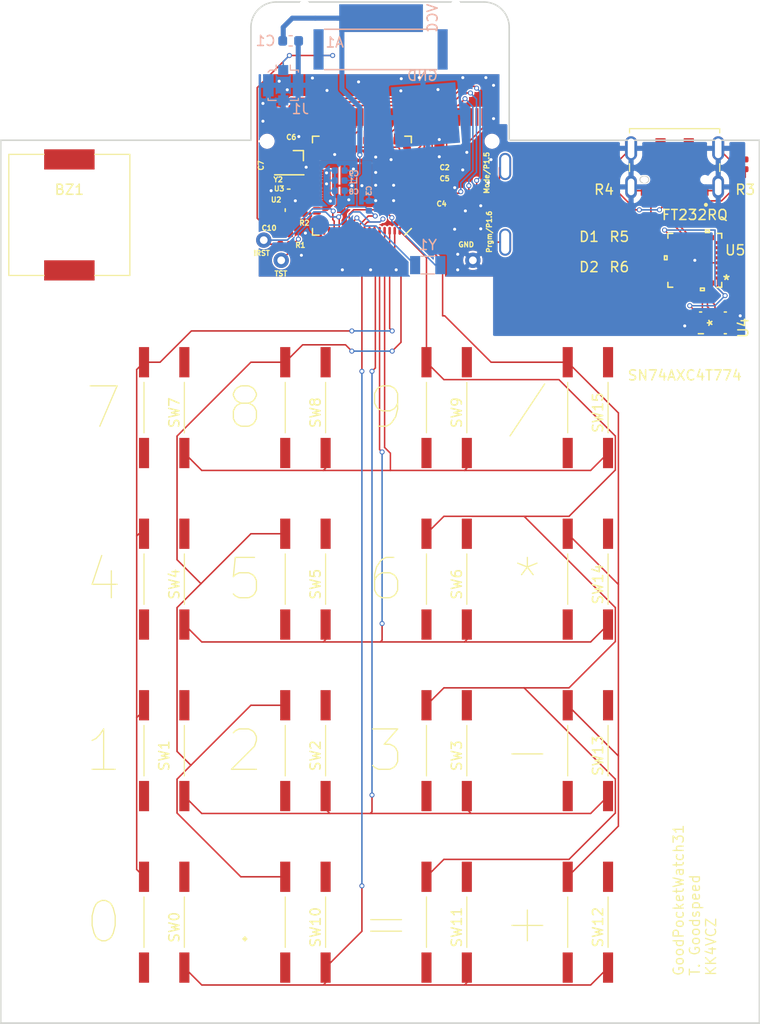
<source format=kicad_pcb>
(kicad_pcb (version 20171130) (host pcbnew 5.1.6+dfsg1-1)
  (title_block (title GoodPocketWatch) (rev 30) (comment 1 "by TravisGoodspeed") (comment 2 "the CC430F6147.  Tuned for either 70cm (<500MHz) or 33cm (<1GHz).") (comment 3 "Replacement PCB for the Casio 3208 watch module (CA53 or CA506) built around"))
  (layers (0 F.Cu signal) (31 B.Cu signal) (34 B.Paste user hide) (35 F.Paste user hide) (36 B.SilkS user hide) (37 F.SilkS user) (38 B.Mask user hide) (39 F.Mask user hide) (44 Edge.Cuts user))
  (net 0 "")
  (net 1 "Net-(LCD1-Pad1)")
  (net 2 "Net-(LCD1-Pad5)")
  (net 3 "Net-(LCD1-Pad6)")
  (net 4 "Net-(LCD1-Pad7)")
  (net 5 "Net-(LCD1-Pad8)")
  (net 6 "Net-(LCD1-Pad9)")
  (net 7 "Net-(LCD1-Pad10)")
  (net 8 "Net-(LCD1-Pad11)")
  (net 9 "Net-(LCD1-Pad12)")
  (net 10 "Net-(LCD1-Pad13)")
  (net 11 "Net-(LCD1-Pad14)")
  (net 12 "Net-(LCD1-Pad15)")
  (net 13 "Net-(LCD1-Pad16)")
  (net 14 "Net-(LCD1-Pad17)")
  (net 15 "Net-(LCD1-Pad18)")
  (net 16 "Net-(LCD1-Pad19)")
  (net 17 "Net-(LCD1-Pad20)")
  (net 18 "Net-(LCD1-Pad21)")
  (net 19 "Net-(LCD1-Pad22)")
  (net 20 "Net-(LCD1-Pad23)")
  (net 21 "Net-(LCD1-Pad24)")
  (net 22 "Net-(LCD1-Pad25)")
  (net 23 "Net-(LCD1-Pad26)")
  (net 24 "Net-(LCD1-Pad27)")
  (net 25 "Net-(LCD1-Pad28)")
  (net 26 "Net-(LCD1-Pad29)")
  (net 27 "Net-(LCD1-Pad30)")
  (net 28 "Net-(LCD1-Pad31)")
  (net 29 "Net-(LCD1-Pad32)")
  (net 30 "Net-(LCD1-Pad33)")
  (net 31 "Net-(LCD1-Pad34)")
  (net 32 GND)
  (net 33 VCC)
  (net 34 "Net-(U1-Pad46)")
  (net 35 "Net-(U1-Pad47)")
  (net 36 "Net-(U1-Pad48)")
  (net 37 "Net-(U1-Pad49)")
  (net 38 "Net-(U1-Pad54)")
  (net 39 "Net-(U1-Pad55)")
  (net 40 /COM0)
  (net 41 /COM1)
  (net 42 /COM2)
  (net 43 /VCORE)
  (net 44 "Net-(LCD1-Pad35)")
  (net 45 /LCDCAP)
  (net 46 /RF_P)
  (net 47 /RF_N)
  (net 48 "Net-(A1-Pad1)")
  (net 49 "Net-(R2-Pad1)")
  (net 50 /RF_XIN)
  (net 51 /RF_XOUT)
  (net 52 /RFVCC)
  (net 53 /BUZZ)
  (net 54 "Net-(C10-Pad1)")
  (net 55 "Net-(U2-Pad2)")
  (net 56 "Net-(U2-Pad6)")
  (net 57 "Net-(U2-Pad8)")
  (net 58 "Net-(U3-Pad5)")
  (net 59 "Net-(U3-Pad6)")
  (net 60 P26)
  (net 61 P25)
  (net 62 P24)
  (net 63 P23)
  (net 64 P17)
  (net 65 P21)
  (net 66 P22)
  (net 67 P20)
  (net 68 "Net-(U5-Pad29)")
  (net 69 "Net-(U5-Pad28)")
  (net 70 "Net-(U5-Pad27)")
  (net 71 "Net-(U5-Pad25)")
  (net 72 "Net-(U5-Pad23)")
  (net 73 "Net-(U5-Pad18)")
  (net 74 "Net-(U5-Pad13)")
  (net 75 "Net-(U5-Pad12)")
  (net 76 "Net-(U5-Pad11)")
  (net 77 "Net-(U5-Pad10)")
  (net 78 "Net-(U5-Pad9)")
  (net 79 "Net-(U5-Pad8)")
  (net 80 "Net-(U5-Pad7)")
  (net 81 "Net-(U5-Pad6)")
  (net 82 "Net-(U5-Pad5)")
  (net 83 "Net-(U5-Pad3)")
  (net 84 "Net-(J2-Pad9)")
  (net 85 "Net-(J2-Pad4)")
  (net 86 "Net-(J2-Pad10)")
  (net 87 "Net-(J2-Pad3)")
  (net 88 /USB/TXLED)
  (net 89 /USB/RXLED)
  (net 90 /USB/VBUS)
  (net 91 /USB/USBDM)
  (net 92 /USB/USBDP)
  (net 93 "Net-(D1-Pad1)")
  (net 94 "Net-(D2-Pad1)")
  (net 95 /USB/VCCB)
  (net 96 /USB/RTS#)
  (net 97 /USB/DTR#)
  (net 98 /USB/TXD)
  (net 99 /USB/RXD)
  (net 100 MODE)
  (net 101 TST)
  (net 102 PRGM)
  (net 103 RST)
  (module goodpocketwatch31:PT-1203-3 (layer F.Cu) (at 78.6 79.9 180)
    (fp_text reference BZ1 (at 0 2.5) (layer F.SilkS))
    (fp_text value Buzzer)
    (pad 2 smd rect (at 0 5.5 180) (size 5 2) (layers F.Cu F.Paste F.Mask) (net 32 GND))
    (pad 1 smd rect (at 0 -5.5 180) (size 5 2) (layers F.Cu F.Paste F.Mask) (net 53 /BUZZ))
  )
  (module goodpocketwatch31:SN74AXC4T774RSVR (layer F.Cu) (at 142.4 90.6 90)
    (fp_text reference U4 (at -0.5 3 90) (layer F.SilkS))
    (fp_text value SN74AXC4T774 (at -5.2 -2.8) (layer F.SilkS))
    (fp_text user * (at 0 0 90) (layer F.SilkS))
    (fp_text user * (at 0 0 90) (layer F.SilkS))
    (pad 16 smd rect (at -0.599999 -1.2 90) (size 0.2 0.599999) (layers F.Cu F.Paste F.Mask) (net 32 GND))
    (pad 15 smd rect (at -0.2 -1.2 90) (size 0.2 0.599999) (layers F.Cu F.Paste F.Mask) (net 32 GND))
    (pad 14 smd rect (at 0.2 -1.2 90) (size 0.2 0.599999) (layers F.Cu F.Paste F.Mask) (net 33 VCC))
    (pad 13 smd rect (at 0.600001 -1.2 90) (size 0.2 0.599999) (layers F.Cu F.Paste F.Mask) (net 95 /USB/VCCB))
    (pad 12 smd rect (at 0.800001 -0.600001 180) (size 0.2 0.599999) (layers F.Cu F.Paste F.Mask) (net 98 /USB/TXD))
    (pad 11 smd rect (at 0.800001 -0.200002 180) (size 0.2 0.599999) (layers F.Cu F.Paste F.Mask) (net 97 /USB/DTR#))
    (pad 10 smd rect (at 0.800001 0.2 180) (size 0.2 0.599999) (layers F.Cu F.Paste F.Mask) (net 96 /USB/RTS#))
    (pad 9 smd rect (at 0.800001 0.599999 180) (size 0.2 0.599999) (layers F.Cu F.Paste F.Mask) (net 99 /USB/RXD))
    (pad 8 smd rect (at 0.600001 1.2 90) (size 0.2 0.599999) (layers F.Cu F.Paste F.Mask) (net 32 GND))
    (pad 7 smd rect (at 0.2 1.2 90) (size 0.2 0.599999) (layers F.Cu F.Paste F.Mask) (net 32 GND))
    (pad 6 smd rect (at -0.2 1.2 90) (size 0.2 0.599999) (layers F.Cu F.Paste F.Mask) (net 33 VCC))
    (pad 5 smd rect (at -0.599999 1.2 90) (size 0.2 0.599999) (layers F.Cu F.Paste F.Mask) (net 32 GND))
    (pad 4 smd rect (at -0.800001 0.599999 180) (size 0.2 0.599999) (layers F.Cu F.Paste F.Mask) (net 102 PRGM))
    (pad 3 smd rect (at -0.800001 0.2 180) (size 0.2 0.599999) (layers F.Cu F.Paste F.Mask) (net 101 TST))
    (pad 2 smd rect (at -0.800001 -0.200002 180) (size 0.2 0.599999) (layers F.Cu F.Paste F.Mask) (net 103 RST))
    (pad 1 smd rect (at -0.750001 -0.600001 180) (size 0.2 0.700001) (layers F.Cu F.Paste F.Mask) (net 100 MODE))
  )
  (module goodpocketwatch31:CC430F613x (layer F.Cu) (at 107.6 77 180)
    (fp_text reference U1 hide)
    (fp_text value CC430F613x hide)
    (pad 65 smd rect (at 0 0 180) (size 4.25 4.25) (layers F.Cu F.Paste F.Mask) (net 32 GND))
    (pad 64 smd oval (at -3.75 -4.475 180) (size 0.25 0.8) (layers F.Cu F.Paste F.Mask) (net 67 P20))
    (pad 63 smd oval (at -3.25 -4.475 180) (size 0.25 0.8) (layers F.Cu F.Paste F.Mask) (net 65 P21))
    (pad 62 smd oval (at -2.75 -4.475 180) (size 0.25 0.8) (layers F.Cu F.Paste F.Mask) (net 66 P22))
    (pad 61 smd oval (at -2.25 -4.475 180) (size 0.25 0.8) (layers F.Cu F.Paste F.Mask) (net 63 P23))
    (pad 60 smd oval (at -1.75 -4.475 180) (size 0.25 0.8) (layers F.Cu F.Paste F.Mask) (net 62 P24))
    (pad 59 smd oval (at -1.25 -4.475 180) (size 0.25 0.8) (layers F.Cu F.Paste F.Mask) (net 61 P25))
    (pad 58 smd oval (at -0.75 -4.475 180) (size 0.25 0.8) (layers F.Cu F.Paste F.Mask) (net 60 P26))
    (pad 57 smd oval (at -0.25 -4.475 180) (size 0.25 0.8) (layers F.Cu F.Paste F.Mask) (net 53 /BUZZ))
    (pad 56 smd oval (at 0.25 -4.475 180) (size 0.25 0.8) (layers F.Cu F.Paste F.Mask) (net 33 VCC))
    (pad 55 smd oval (at 0.75 -4.475 180) (size 0.25 0.8) (layers F.Cu F.Paste F.Mask) (net 39 "Net-(U1-Pad55)"))
    (pad 54 smd oval (at 1.25 -4.475 180) (size 0.25 0.8) (layers F.Cu F.Paste F.Mask) (net 38 "Net-(U1-Pad54)"))
    (pad 53 smd oval (at 1.75 -4.475 180) (size 0.25 0.8) (layers F.Cu F.Paste F.Mask) (net 32 GND))
    (pad 52 smd oval (at 2.25 -4.475 180) (size 0.25 0.8) (layers F.Cu F.Paste F.Mask) (net 33 VCC))
    (pad 51 smd oval (at 2.75 -4.475 180) (size 0.25 0.8) (layers F.Cu F.Paste F.Mask) (net 103 RST))
    (pad 50 smd oval (at 3.25 -4.475 180) (size 0.25 0.8) (layers F.Cu F.Paste F.Mask) (net 101 TST))
    (pad 49 smd oval (at 3.75 -4.475 180) (size 0.25 0.8) (layers F.Cu F.Paste F.Mask) (net 37 "Net-(U1-Pad49)"))
    (pad 48 smd oval (at 4.475 -3.75 270) (size 0.25 0.8) (layers F.Cu F.Paste F.Mask) (net 36 "Net-(U1-Pad48)"))
    (pad 47 smd oval (at 4.475 -3.25 270) (size 0.25 0.8) (layers F.Cu F.Paste F.Mask) (net 35 "Net-(U1-Pad47)"))
    (pad 46 smd oval (at 4.475 -2.75 270) (size 0.25 0.8) (layers F.Cu F.Paste F.Mask) (net 34 "Net-(U1-Pad46)"))
    (pad 45 smd oval (at 4.475 -2.25 270) (size 0.25 0.8) (layers F.Cu F.Paste F.Mask) (net 52 /RFVCC))
    (pad 44 smd oval (at 4.475 -1.75 270) (size 0.25 0.8) (layers F.Cu F.Paste F.Mask) (net 49 "Net-(R2-Pad1)"))
    (pad 43 smd oval (at 4.475 -1.25 270) (size 0.25 0.8) (layers F.Cu F.Paste F.Mask) (net 52 /RFVCC))
    (pad 42 smd oval (at 4.475 -0.75 270) (size 0.25 0.8) (layers F.Cu F.Paste F.Mask) (net 52 /RFVCC))
    (pad 41 smd oval (at 4.475 -0.25 270) (size 0.25 0.8) (layers F.Cu F.Paste F.Mask) (net 47 /RF_N))
    (pad 40 smd oval (at 4.475 0.25 270) (size 0.25 0.8) (layers F.Cu F.Paste F.Mask) (net 46 /RF_P))
    (pad 39 smd oval (at 4.475 0.75 270) (size 0.25 0.8) (layers F.Cu F.Paste F.Mask) (net 52 /RFVCC))
    (pad 38 smd oval (at 4.475 1.25 270) (size 0.25 0.8) (layers F.Cu F.Paste F.Mask) (net 52 /RFVCC))
    (pad 37 smd oval (at 4.475 1.75 270) (size 0.25 0.8) (layers F.Cu F.Paste F.Mask) (net 51 /RF_XOUT))
    (pad 36 smd oval (at 4.475 2.25 270) (size 0.25 0.8) (layers F.Cu F.Paste F.Mask) (net 50 /RF_XIN))
    (pad 35 smd oval (at 4.475 2.75 270) (size 0.25 0.8) (layers F.Cu F.Paste F.Mask) (net 3 "Net-(LCD1-Pad6)"))
    (pad 34 smd oval (at 4.475 3.25 270) (size 0.25 0.8) (layers F.Cu F.Paste F.Mask) (net 4 "Net-(LCD1-Pad7)"))
    (pad 33 smd oval (at 4.475 3.75 270) (size 0.25 0.8) (layers F.Cu F.Paste F.Mask) (net 5 "Net-(LCD1-Pad8)"))
    (pad 32 smd oval (at 3.75 4.475 180) (size 0.25 0.8) (layers F.Cu F.Paste F.Mask) (net 6 "Net-(LCD1-Pad9)"))
    (pad 31 smd oval (at 3.25 4.475 180) (size 0.25 0.8) (layers F.Cu F.Paste F.Mask) (net 7 "Net-(LCD1-Pad10)"))
    (pad 30 smd oval (at 2.75 4.475 180) (size 0.25 0.8) (layers F.Cu F.Paste F.Mask) (net 8 "Net-(LCD1-Pad11)"))
    (pad 29 smd oval (at 2.25 4.475 180) (size 0.25 0.8) (layers F.Cu F.Paste F.Mask) (net 9 "Net-(LCD1-Pad12)"))
    (pad 28 smd oval (at 1.75 4.475 180) (size 0.25 0.8) (layers F.Cu F.Paste F.Mask) (net 10 "Net-(LCD1-Pad13)"))
    (pad 27 smd oval (at 1.25 4.475 180) (size 0.25 0.8) (layers F.Cu F.Paste F.Mask) (net 11 "Net-(LCD1-Pad14)"))
    (pad 26 smd oval (at 0.75 4.475 180) (size 0.25 0.8) (layers F.Cu F.Paste F.Mask) (net 12 "Net-(LCD1-Pad15)"))
    (pad 25 smd oval (at 0.25 4.475 180) (size 0.25 0.8) (layers F.Cu F.Paste F.Mask) (net 33 VCC))
    (pad 24 smd oval (at -0.25 4.475 180) (size 0.25 0.8) (layers F.Cu F.Paste F.Mask) (net 13 "Net-(LCD1-Pad16)"))
    (pad 23 smd oval (at -0.75 4.475 180) (size 0.25 0.8) (layers F.Cu F.Paste F.Mask) (net 14 "Net-(LCD1-Pad17)"))
    (pad 22 smd oval (at -1.25 4.475 180) (size 0.25 0.8) (layers F.Cu F.Paste F.Mask) (net 15 "Net-(LCD1-Pad18)"))
    (pad 21 smd oval (at -1.75 4.475 180) (size 0.25 0.8) (layers F.Cu F.Paste F.Mask) (net 16 "Net-(LCD1-Pad19)"))
    (pad 20 smd oval (at -2.25 4.475 180) (size 0.25 0.8) (layers F.Cu F.Paste F.Mask) (net 17 "Net-(LCD1-Pad20)"))
    (pad 19 smd oval (at -2.75 4.475 180) (size 0.25 0.8) (layers F.Cu F.Paste F.Mask) (net 18 "Net-(LCD1-Pad21)"))
    (pad 18 smd oval (at -3.25 4.475 180) (size 0.25 0.8) (layers F.Cu F.Paste F.Mask) (net 19 "Net-(LCD1-Pad22)"))
    (pad 17 smd oval (at -3.75 4.475 180) (size 0.25 0.8) (layers F.Cu F.Paste F.Mask) (net 20 "Net-(LCD1-Pad23)"))
    (pad 16 smd oval (at -4.475 3.75 270) (size 0.25 0.8) (layers F.Cu F.Paste F.Mask) (net 21 "Net-(LCD1-Pad24)"))
    (pad 15 smd oval (at -4.475 3.25 270) (size 0.25 0.8) (layers F.Cu F.Paste F.Mask) (net 22 "Net-(LCD1-Pad25)"))
    (pad 14 smd oval (at -4.475 2.75 270) (size 0.25 0.8) (layers F.Cu F.Paste F.Mask) (net 23 "Net-(LCD1-Pad26)"))
    (pad 13 smd oval (at -4.475 2.25 270) (size 0.25 0.8) (layers F.Cu F.Paste F.Mask) (net 24 "Net-(LCD1-Pad27)"))
    (pad 12 smd oval (at -4.475 1.75 270) (size 0.25 0.8) (layers F.Cu F.Paste F.Mask) (net 25 "Net-(LCD1-Pad28)"))
    (pad 11 smd oval (at -4.475 1.25 270) (size 0.25 0.8) (layers F.Cu F.Paste F.Mask) (net 33 VCC))
    (pad 10 smd oval (at -4.475 0.75 270) (size 0.25 0.8) (layers F.Cu F.Paste F.Mask) (net 43 /VCORE))
    (pad 9 smd oval (at -4.475 0.25 270) (size 0.25 0.8) (layers F.Cu F.Paste F.Mask) (net 26 "Net-(LCD1-Pad29)"))
    (pad 8 smd oval (at -4.475 -0.25 270) (size 0.25 0.8) (layers F.Cu F.Paste F.Mask) (net 44 "Net-(LCD1-Pad35)"))
    (pad 7 smd oval (at -4.475 -0.75 270) (size 0.25 0.8) (layers F.Cu F.Paste F.Mask) (net 42 /COM2))
    (pad 6 smd oval (at -4.475 -1.25 270) (size 0.25 0.8) (layers F.Cu F.Paste F.Mask) (net 41 /COM1))
    (pad 5 smd oval (at -4.475 -1.75 270) (size 0.25 0.8) (layers F.Cu F.Paste F.Mask) (net 40 /COM0))
    (pad 4 smd oval (at -4.475 -2.25 270) (size 0.25 0.8) (layers F.Cu F.Paste F.Mask) (net 45 /LCDCAP))
    (pad 3 smd oval (at -4.475 -2.75 270) (size 0.25 0.8) (layers F.Cu F.Paste F.Mask) (net 100 MODE))
    (pad 2 smd oval (at -4.475 -3.25 270) (size 0.25 0.8) (layers F.Cu F.Paste F.Mask) (net 102 PRGM))
    (pad 1 smd oval (at -4.475 -3.75 270) (size 0.25 0.8) (layers F.Cu F.Paste F.Mask) (net 64 P17))
  )
  (module Resistor_SMD:R_0402_1005Metric (layer F.Cu) (at 133.115 83.9 180)
    (fp_text reference R6 (at 0 -1.17) (layer F.SilkS))
    (fp_text value 270)
    (pad 2 smd roundrect (at 0.485 0 180) (size 0.59 0.64) (layers F.Cu F.Paste F.Mask) (net 94 "Net-(D2-Pad1)"))
    (pad 1 smd roundrect (at -0.485 0 180) (size 0.59 0.64) (layers F.Cu F.Paste F.Mask) (net 88 /USB/TXLED))
  )
  (module Resistor_SMD:R_0402_1005Metric (layer F.Cu) (at 133.115 80.9 180)
    (fp_text reference R5 (at 0 -1.17) (layer F.SilkS))
    (fp_text value 270)
    (pad 2 smd roundrect (at 0.485 0 180) (size 0.59 0.64) (layers F.Cu F.Paste F.Mask) (net 93 "Net-(D1-Pad1)"))
    (pad 1 smd roundrect (at -0.485 0 180) (size 0.59 0.64) (layers F.Cu F.Paste F.Mask) (net 89 /USB/RXLED))
  )
  (module LED_SMD:R_0402_1005Metric (layer F.Cu) (at 130.115 83.9 180)
    (fp_text reference D2 (at 0 -1.17) (layer F.SilkS))
    (fp_text value RED)
    (pad 2 smd roundrect (at 0.485 0 180) (size 0.59 0.64) (layers F.Cu F.Paste F.Mask) (net 90 /USB/VBUS))
    (pad 1 smd roundrect (at -0.485 0 180) (size 0.59 0.64) (layers F.Cu F.Paste F.Mask) (net 94 "Net-(D2-Pad1)"))
  )
  (module LED_SMD:R_0402_1005Metric (layer F.Cu) (at 130.115 80.9 180)
    (fp_text reference D1 (at 0 -1.17) (layer F.SilkS))
    (fp_text value GREEN)
    (pad 2 smd roundrect (at 0.485 0 180) (size 0.59 0.64) (layers F.Cu F.Paste F.Mask) (net 90 /USB/VBUS))
    (pad 1 smd roundrect (at -0.485 0 180) (size 0.59 0.64) (layers F.Cu F.Paste F.Mask) (net 93 "Net-(D1-Pad1)"))
  )
  (module Resistor_SMD:R_0402_1005Metric (layer F.Cu) (at 131.6 74.915 90)
    (fp_text reference R4 (at -2.485 0 180) (layer F.SilkS))
    (fp_text value 5.1k)
    (pad 2 smd roundrect (at 0.485 0 90) (size 0.59 0.64) (layers F.Cu F.Paste F.Mask) (net 32 GND))
    (pad 1 smd roundrect (at -0.485 0 90) (size 0.59 0.64) (layers F.Cu F.Paste F.Mask) (net 84 "Net-(J2-Pad9)"))
  )
  (module Resistor_SMD:R_0402_1005Metric (layer F.Cu) (at 145.6 74.885 270)
    (fp_text reference R3 (at 2.515 0 180) (layer F.SilkS))
    (fp_text value 5.1k)
    (pad 2 smd roundrect (at 0.485 0 270) (size 0.59 0.64) (layers F.Cu F.Paste F.Mask) (net 87 "Net-(J2-Pad3)"))
    (pad 1 smd roundrect (at -0.485 0 270) (size 0.59 0.64) (layers F.Cu F.Paste F.Mask) (net 32 GND))
  )
  (module goodpocketwatch31:JAE_DX07S016JA1R1500 (layer F.Cu) (at 138.6 76.4 180)
    (fp_text reference J2 (at -1.325 -3.385) (layer F.SilkS) (effects (font (thickness 0.015))))
    (fp_text value DX07S016JA1R1500)
    (fp_arc (start 2.875 0) (end 2.875 -0.315) (angle -90) (layer Edge.Cuts) (width 0.1))
    (fp_arc (start 2.875 0) (end 2.56 0) (angle -90) (layer Edge.Cuts) (width 0.1))
    (fp_arc (start 3.125 0) (end 3.125 0.315) (angle -90) (layer Edge.Cuts) (width 0.1))
    (fp_arc (start 3.125 0) (end 3.44 0) (angle -90) (layer Edge.Cuts) (width 0.1))
    (fp_line (start 3.125 0.315) (end 2.875 0.315) (layer Edge.Cuts) (width 0.1))
    (fp_line (start 2.875 -0.315) (end 3.125 -0.315) (layer Edge.Cuts) (width 0.1))
    (pad S6 thru_hole oval (at 4.32 3.1 180) (size 1.2 2.4) (drill oval 0.65 1.95) (layers *.Cu *.Mask) (net 32 GND))
    (pad S5 thru_hole oval (at -4.32 3.1 180) (size 1.2 2.4) (drill oval 0.65 1.95) (layers *.Cu *.Mask) (net 32 GND))
    (pad S4 thru_hole oval (at 4.32 -0.725 180) (size 1.158 2.316) (drill oval 0.65 1.65) (layers *.Cu *.Mask) (net 32 GND))
    (pad S3 thru_hole oval (at -4.32 -0.725 180) (size 1.158 2.316) (drill oval 0.65 1.65) (layers *.Cu *.Mask) (net 32 GND))
    (pad None np_thru_hole circle (at -3 0 180) (size 0.63 0.63) (drill 0.63) (layers *.Cu *.Mask))
    (pad S2 smd rect (at 1.4 3.1 180) (size 1 2) (layers F.Cu F.Paste F.Mask) (net 32 GND))
    (pad S1 smd rect (at -1.4 3.1 180) (size 1 2) (layers F.Cu F.Paste F.Mask) (net 32 GND))
    (pad None np_thru_hole circle (at 3 0 180) (size 0.63 0.63) (drill 0.63) (layers *.Cu *.Mask))
    (pad None np_thru_hole circle (at 3 0 180) (size 0.6 0.6) (drill 0.6) (layers *.Cu *.Mask))
    (pad 9 smd rect (at 1.25 -1.1 180) (size 0.27 1) (layers F.Cu F.Paste F.Mask) (net 84 "Net-(J2-Pad9)"))
    (pad 8 smd rect (at 0.75 -1.1 180) (size 0.27 1) (layers F.Cu F.Paste F.Mask) (net 91 /USB/USBDM))
    (pad 7 smd rect (at 0.25 -1.1 180) (size 0.27 1) (layers F.Cu F.Paste F.Mask) (net 92 /USB/USBDP))
    (pad 6 smd rect (at -0.25 -1.1 180) (size 0.27 1) (layers F.Cu F.Paste F.Mask) (net 92 /USB/USBDP))
    (pad 5 smd rect (at -0.75 -1.1 180) (size 0.27 1) (layers F.Cu F.Paste F.Mask) (net 91 /USB/USBDM))
    (pad 4 smd rect (at -1.25 -1.1 180) (size 0.27 1) (layers F.Cu F.Paste F.Mask) (net 85 "Net-(J2-Pad4)"))
    (pad 10 smd rect (at 1.75 -1.1 180) (size 0.27 1) (layers F.Cu F.Paste F.Mask) (net 86 "Net-(J2-Pad10)"))
    (pad 3 smd rect (at -1.75 -1.1 180) (size 0.27 1) (layers F.Cu F.Paste F.Mask) (net 87 "Net-(J2-Pad3)"))
    (pad 11 smd rect (at 2.35 -1.1 180) (size 0.52 1) (layers F.Cu F.Paste F.Mask) (net 90 /USB/VBUS))
    (pad 2 smd rect (at -2.35 -1.1 180) (size 0.52 1) (layers F.Cu F.Paste F.Mask) (net 90 /USB/VBUS))
    (pad 12 smd rect (at 3.1 -1.1 180) (size 0.52 1) (layers F.Cu F.Paste F.Mask) (net 32 GND))
    (pad 1 smd rect (at -3.1 -1.1 180) (size 0.52 1) (layers F.Cu F.Paste F.Mask) (net 32 GND))
  )
  (module goodpocketwatch31:FT232RQ-REEL (layer F.Cu) (at 140.6 84.4 180)
    (fp_text reference U5 (at -4 1) (layer F.SilkS))
    (fp_text value FT232RQ (at 0 4.5) (layer F.SilkS))
    (fp_text user * (at -3.135 -2) (layer F.SilkS))
    (fp_text user * (at -3.135 -2) (layer F.SilkS))
    (fp_text user * (at -3.135 -2) (layer F.SilkS))
    (pad 33 smd rect (at 0 0 180) (size 3.2004 3.2004) (layers F.Cu F.Paste F.Mask) (net 32 GND))
    (pad 32 smd rect (at -1.749999 -2.246 180) (size 0.3048 0.508) (layers F.Cu F.Paste F.Mask) (net 96 /USB/RTS#))
    (pad 31 smd rect (at -1.25 -2.246 180) (size 0.3048 0.508) (layers F.Cu F.Paste F.Mask) (net 97 /USB/DTR#))
    (pad 30 smd rect (at -0.750001 -2.246 180) (size 0.3048 0.508) (layers F.Cu F.Paste F.Mask) (net 98 /USB/TXD))
    (pad 29 smd rect (at -0.25 -2.246 180) (size 0.3048 0.508) (layers F.Cu F.Paste F.Mask) (net 68 "Net-(U5-Pad29)"))
    (pad 28 smd rect (at 0.25 -2.246 180) (size 0.3048 0.508) (layers F.Cu F.Paste F.Mask) (net 69 "Net-(U5-Pad28)"))
    (pad 27 smd rect (at 0.750001 -2.246 180) (size 0.3048 0.508) (layers F.Cu F.Paste F.Mask) (net 70 "Net-(U5-Pad27)"))
    (pad 26 smd rect (at 1.25 -2.246 180) (size 0.3048 0.508) (layers F.Cu F.Paste F.Mask) (net 32 GND))
    (pad 25 smd rect (at 1.749999 -2.246 180) (size 0.3048 0.508) (layers F.Cu F.Paste F.Mask) (net 71 "Net-(U5-Pad25)"))
    (pad 24 smd rect (at 2.246 -1.749999 270) (size 0.3048 0.508) (layers F.Cu F.Paste F.Mask) (net 32 GND))
    (pad 23 smd rect (at 2.246 -1.25 270) (size 0.3048 0.508) (layers F.Cu F.Paste F.Mask) (net 72 "Net-(U5-Pad23)"))
    (pad 22 smd rect (at 2.246 -0.750001 270) (size 0.3048 0.508) (layers F.Cu F.Paste F.Mask) (net 88 /USB/TXLED))
    (pad 21 smd rect (at 2.246 -0.25 270) (size 0.3048 0.508) (layers F.Cu F.Paste F.Mask) (net 89 /USB/RXLED))
    (pad 20 smd rect (at 2.246 0.25 270) (size 0.3048 0.508) (layers F.Cu F.Paste F.Mask) (net 32 GND))
    (pad 19 smd rect (at 2.246 0.750001 270) (size 0.3048 0.508) (layers F.Cu F.Paste F.Mask) (net 90 /USB/VBUS))
    (pad 18 smd rect (at 2.246 1.25 270) (size 0.3048 0.508) (layers F.Cu F.Paste F.Mask) (net 73 "Net-(U5-Pad18)"))
    (pad 17 smd rect (at 2.246 1.749999 270) (size 0.3048 0.508) (layers F.Cu F.Paste F.Mask) (net 32 GND))
    (pad 16 smd rect (at 1.749999 2.246 180) (size 0.3048 0.508) (layers F.Cu F.Paste F.Mask) (net 95 /USB/VCCB))
    (pad 15 smd rect (at 1.25 2.246 180) (size 0.3048 0.508) (layers F.Cu F.Paste F.Mask) (net 91 /USB/USBDM))
    (pad 14 smd rect (at 0.750001 2.246 180) (size 0.3048 0.508) (layers F.Cu F.Paste F.Mask) (net 92 /USB/USBDP))
    (pad 13 smd rect (at 0.25 2.246 180) (size 0.3048 0.508) (layers F.Cu F.Paste F.Mask) (net 74 "Net-(U5-Pad13)"))
    (pad 12 smd rect (at -0.25 2.246 180) (size 0.3048 0.508) (layers F.Cu F.Paste F.Mask) (net 75 "Net-(U5-Pad12)"))
    (pad 11 smd rect (at -0.750001 2.246 180) (size 0.3048 0.508) (layers F.Cu F.Paste F.Mask) (net 76 "Net-(U5-Pad11)"))
    (pad 10 smd rect (at -1.25 2.246 180) (size 0.3048 0.508) (layers F.Cu F.Paste F.Mask) (net 77 "Net-(U5-Pad10)"))
    (pad 9 smd rect (at -1.749999 2.246 180) (size 0.3048 0.508) (layers F.Cu F.Paste F.Mask) (net 78 "Net-(U5-Pad9)"))
    (pad 8 smd rect (at -2.246 1.749999 270) (size 0.3048 0.508) (layers F.Cu F.Paste F.Mask) (net 79 "Net-(U5-Pad8)"))
    (pad 7 smd rect (at -2.246 1.25 270) (size 0.3048 0.508) (layers F.Cu F.Paste F.Mask) (net 80 "Net-(U5-Pad7)"))
    (pad 6 smd rect (at -2.246 0.750001 270) (size 0.3048 0.508) (layers F.Cu F.Paste F.Mask) (net 81 "Net-(U5-Pad6)"))
    (pad 5 smd rect (at -2.246 0.25 270) (size 0.3048 0.508) (layers F.Cu F.Paste F.Mask) (net 82 "Net-(U5-Pad5)"))
    (pad 4 smd rect (at -2.246 -0.25 270) (size 0.3048 0.508) (layers F.Cu F.Paste F.Mask) (net 32 GND))
    (pad 3 smd rect (at -2.246 -0.750001 270) (size 0.3048 0.508) (layers F.Cu F.Paste F.Mask) (net 83 "Net-(U5-Pad3)"))
    (pad 2 smd rect (at -2.246 -1.25 270) (size 0.3048 0.508) (layers F.Cu F.Paste F.Mask) (net 99 /USB/RXD))
    (pad 1 smd rect (at -2.246 -1.749999 270) (size 0.3048 0.508) (layers F.Cu F.Paste F.Mask) (net 95 /USB/VCCB))
  )
  (module goodpocketwatch31:TL6700 (layer F.Cu) (at 88 150)
    (fp_text reference SW0 (at 1 0.5 90) (layer F.SilkS))
    (fp_text value SW_Push)
    (pad 4 smd rect (at -2 4.5) (size 1 3) (layers F.Cu F.Paste F.Mask))
    (pad 3 smd rect (at 2 -4.5) (size 1 3) (layers F.Cu F.Paste F.Mask))
    (pad 2 smd rect (at 2 4.5) (size 1 3) (layers F.Cu F.Paste F.Mask) (net 60 P26))
    (pad 1 smd rect (at -2 -4.5) (size 1 3) (layers F.Cu F.Paste F.Mask) (net 66 P22))
  )
  (module goodpocketwatch31:YageoS432 (layer B.Cu) (at 109.45 63.5)
    (fp_text reference A1 (at -4.55 -0.7) (layer B.SilkS) (effects (justify mirror)))
    (fp_text value YageoS432)
    (pad 2 smd rect (at 6.15 0) (size 1 4) (layers B.Cu B.Paste B.Mask))
    (pad 1 smd rect (at -6.15 0) (size 1 4) (layers B.Cu B.Paste B.Mask) (net 48 "Net-(A1-Pad1)"))
  )
  (module goodpocketwatch31:TL6700 (layer F.Cu) (at 130 99)
    (fp_text reference SW15 (at 1 0.5 90) (layer F.SilkS))
    (fp_text value SW_Push)
    (pad 4 smd rect (at -2 4.5) (size 1 3) (layers F.Cu F.Paste F.Mask))
    (pad 3 smd rect (at 2 -4.5) (size 1 3) (layers F.Cu F.Paste F.Mask))
    (pad 2 smd rect (at 2 4.5) (size 1 3) (layers F.Cu F.Paste F.Mask) (net 63 P23))
    (pad 1 smd rect (at -2 -4.5) (size 1 3) (layers F.Cu F.Paste F.Mask) (net 64 P17))
  )
  (module goodpocketwatch31:TL6700 (layer F.Cu) (at 130 116)
    (fp_text reference SW14 (at 1 0.5 90) (layer F.SilkS))
    (fp_text value SW_Push)
    (pad 4 smd rect (at -2 4.5) (size 1 3) (layers F.Cu F.Paste F.Mask))
    (pad 3 smd rect (at 2 -4.5) (size 1 3) (layers F.Cu F.Paste F.Mask))
    (pad 2 smd rect (at 2 4.5) (size 1 3) (layers F.Cu F.Paste F.Mask) (net 62 P24))
    (pad 1 smd rect (at -2 -4.5) (size 1 3) (layers F.Cu F.Paste F.Mask) (net 64 P17))
  )
  (module goodpocketwatch31:TL6700 (layer F.Cu) (at 130 133)
    (fp_text reference SW13 (at 1 0.5 90) (layer F.SilkS))
    (fp_text value SW_Push)
    (pad 4 smd rect (at -2 4.5) (size 1 3) (layers F.Cu F.Paste F.Mask))
    (pad 3 smd rect (at 2 -4.5) (size 1 3) (layers F.Cu F.Paste F.Mask))
    (pad 2 smd rect (at 2 4.5) (size 1 3) (layers F.Cu F.Paste F.Mask) (net 61 P25))
    (pad 1 smd rect (at -2 -4.5) (size 1 3) (layers F.Cu F.Paste F.Mask) (net 64 P17))
  )
  (module goodpocketwatch31:TL6700 (layer F.Cu) (at 130 150)
    (fp_text reference SW12 (at 1 0.5 90) (layer F.SilkS))
    (fp_text value SW_Push)
    (pad 4 smd rect (at -2 4.5) (size 1 3) (layers F.Cu F.Paste F.Mask))
    (pad 3 smd rect (at 2 -4.5) (size 1 3) (layers F.Cu F.Paste F.Mask))
    (pad 2 smd rect (at 2 4.5) (size 1 3) (layers F.Cu F.Paste F.Mask) (net 60 P26))
    (pad 1 smd rect (at -2 -4.5) (size 1 3) (layers F.Cu F.Paste F.Mask) (net 64 P17))
  )
  (module goodpocketwatch31:TL6700 (layer F.Cu) (at 116 150)
    (fp_text reference SW11 (at 1 0.5 90) (layer F.SilkS))
    (fp_text value SW_Push)
    (pad 4 smd rect (at -2 4.5) (size 1 3) (layers F.Cu F.Paste F.Mask))
    (pad 3 smd rect (at 2 -4.5) (size 1 3) (layers F.Cu F.Paste F.Mask))
    (pad 2 smd rect (at 2 4.5) (size 1 3) (layers F.Cu F.Paste F.Mask) (net 60 P26))
    (pad 1 smd rect (at -2 -4.5) (size 1 3) (layers F.Cu F.Paste F.Mask) (net 67 P20))
  )
  (module goodpocketwatch31:TL6700 (layer F.Cu) (at 102 150)
    (fp_text reference SW10 (at 1 0.5 90) (layer F.SilkS))
    (fp_text value SW_Push)
    (pad 4 smd rect (at -2 4.5) (size 1 3) (layers F.Cu F.Paste F.Mask))
    (pad 3 smd rect (at 2 -4.5) (size 1 3) (layers F.Cu F.Paste F.Mask))
    (pad 2 smd rect (at 2 4.5) (size 1 3) (layers F.Cu F.Paste F.Mask) (net 60 P26))
    (pad 1 smd rect (at -2 -4.5) (size 1 3) (layers F.Cu F.Paste F.Mask) (net 65 P21))
  )
  (module goodpocketwatch31:TL6700 (layer F.Cu) (at 116 99)
    (fp_text reference SW9 (at 1 0.5 90) (layer F.SilkS))
    (fp_text value SW_Push)
    (pad 4 smd rect (at -2 4.5) (size 1 3) (layers F.Cu F.Paste F.Mask))
    (pad 3 smd rect (at 2 -4.5) (size 1 3) (layers F.Cu F.Paste F.Mask))
    (pad 2 smd rect (at 2 4.5) (size 1 3) (layers F.Cu F.Paste F.Mask) (net 63 P23))
    (pad 1 smd rect (at -2 -4.5) (size 1 3) (layers F.Cu F.Paste F.Mask) (net 67 P20))
  )
  (module goodpocketwatch31:TL6700 (layer F.Cu) (at 102 99)
    (fp_text reference SW8 (at 1 0.5 90) (layer F.SilkS))
    (fp_text value SW_Push)
    (pad 4 smd rect (at -2 4.5) (size 1 3) (layers F.Cu F.Paste F.Mask))
    (pad 3 smd rect (at 2 -4.5) (size 1 3) (layers F.Cu F.Paste F.Mask))
    (pad 2 smd rect (at 2 4.5) (size 1 3) (layers F.Cu F.Paste F.Mask) (net 63 P23))
    (pad 1 smd rect (at -2 -4.5) (size 1 3) (layers F.Cu F.Paste F.Mask) (net 65 P21))
  )
  (module goodpocketwatch31:TL6700 (layer F.Cu) (at 88 99)
    (fp_text reference SW7 (at 1 0.5 90) (layer F.SilkS))
    (fp_text value SW_Push)
    (pad 4 smd rect (at -2 4.5) (size 1 3) (layers F.Cu F.Paste F.Mask))
    (pad 3 smd rect (at 2 -4.5) (size 1 3) (layers F.Cu F.Paste F.Mask))
    (pad 2 smd rect (at 2 4.5) (size 1 3) (layers F.Cu F.Paste F.Mask) (net 63 P23))
    (pad 1 smd rect (at -2 -4.5) (size 1 3) (layers F.Cu F.Paste F.Mask) (net 66 P22))
  )
  (module goodpocketwatch31:TL6700 (layer F.Cu) (at 116 116)
    (fp_text reference SW6 (at 1 0.5 90) (layer F.SilkS))
    (fp_text value SW_Push)
    (pad 4 smd rect (at -2 4.5) (size 1 3) (layers F.Cu F.Paste F.Mask))
    (pad 3 smd rect (at 2 -4.5) (size 1 3) (layers F.Cu F.Paste F.Mask))
    (pad 2 smd rect (at 2 4.5) (size 1 3) (layers F.Cu F.Paste F.Mask) (net 62 P24))
    (pad 1 smd rect (at -2 -4.5) (size 1 3) (layers F.Cu F.Paste F.Mask) (net 67 P20))
  )
  (module goodpocketwatch31:TL6700 (layer F.Cu) (at 102 116)
    (fp_text reference SW5 (at 1 0.5 90) (layer F.SilkS))
    (fp_text value SW_Push)
    (pad 4 smd rect (at -2 4.5) (size 1 3) (layers F.Cu F.Paste F.Mask))
    (pad 3 smd rect (at 2 -4.5) (size 1 3) (layers F.Cu F.Paste F.Mask))
    (pad 2 smd rect (at 2 4.5) (size 1 3) (layers F.Cu F.Paste F.Mask) (net 62 P24))
    (pad 1 smd rect (at -2 -4.5) (size 1 3) (layers F.Cu F.Paste F.Mask) (net 65 P21))
  )
  (module goodpocketwatch31:TL6700 (layer F.Cu) (at 88 116)
    (fp_text reference SW4 (at 1 0.5 90) (layer F.SilkS))
    (fp_text value SW_Push)
    (pad 4 smd rect (at -2 4.5) (size 1 3) (layers F.Cu F.Paste F.Mask))
    (pad 3 smd rect (at 2 -4.5) (size 1 3) (layers F.Cu F.Paste F.Mask))
    (pad 2 smd rect (at 2 4.5) (size 1 3) (layers F.Cu F.Paste F.Mask) (net 62 P24))
    (pad 1 smd rect (at -2 -4.5) (size 1 3) (layers F.Cu F.Paste F.Mask) (net 66 P22))
  )
  (module goodpocketwatch31:TL6700 (layer F.Cu) (at 116 133)
    (fp_text reference SW3 (at 1 0.5 90) (layer F.SilkS))
    (fp_text value SW_Push)
    (pad 4 smd rect (at -2 4.5) (size 1 3) (layers F.Cu F.Paste F.Mask))
    (pad 3 smd rect (at 2 -4.5) (size 1 3) (layers F.Cu F.Paste F.Mask))
    (pad 2 smd rect (at 2 4.5) (size 1 3) (layers F.Cu F.Paste F.Mask) (net 61 P25))
    (pad 1 smd rect (at -2 -4.5) (size 1 3) (layers F.Cu F.Paste F.Mask) (net 67 P20))
  )
  (module goodpocketwatch31:TL6700 (layer F.Cu) (at 102 133)
    (fp_text reference SW2 (at 1 0.5 90) (layer F.SilkS))
    (fp_text value SW_Push)
    (pad 4 smd rect (at -2 4.5) (size 1 3) (layers F.Cu F.Paste F.Mask))
    (pad 3 smd rect (at 2 -4.5) (size 1 3) (layers F.Cu F.Paste F.Mask))
    (pad 2 smd rect (at 2 4.5) (size 1 3) (layers F.Cu F.Paste F.Mask) (net 61 P25))
    (pad 1 smd rect (at -2 -4.5) (size 1 3) (layers F.Cu F.Paste F.Mask) (net 65 P21))
  )
  (module goodpocketwatch31:TL6700 (layer F.Cu) (at 88 133)
    (fp_text reference SW1 (at 0 0.5 90) (layer F.SilkS))
    (fp_text value SW_Push)
    (pad 4 smd rect (at -2 4.5) (size 1 3) (layers F.Cu F.Paste F.Mask))
    (pad 3 smd rect (at 2 -4.5) (size 1 3) (layers F.Cu F.Paste F.Mask))
    (pad 2 smd rect (at 2 4.5) (size 1 3) (layers F.Cu F.Paste F.Mask) (net 61 P25))
    (pad 1 smd rect (at -2 -4.5) (size 1 3) (layers F.Cu F.Paste F.Mask) (net 66 P22))
  )
  (module goodpocketwatch31:ca53board (layer F.Cu) (at 96.6 86.4)
    (fp_text reference BRD1 hide)
    (fp_text value CA53BOARD hide)
    (fp_text user VCC (at 18 -26 270) (layer B.SilkS) (effects (justify mirror)))
    (fp_text user GND (at 17 -20.3) (layer B.SilkS) (effects (justify mirror)))
    (pad 8 smd circle (at 6.75 -5.5) (size 2 2) (layers B.Cu B.Mask) (net 53 /BUZZ))
    (pad 7 thru_hole circle (at 22 -2) (size 1.524 1.524) (drill 0.762) (layers *.Cu *.Mask) (net 32 GND))
    (pad 6 thru_hole circle (at 1.27 -4) (size 1.524 1.524) (drill 0.762) (layers *.Cu *.Mask) (net 103 RST))
    (pad 5 thru_hole circle (at 3 -2) (size 1.524 1.524) (drill 0.762) (layers *.Cu *.Mask) (net 101 TST))
    (pad 1 connect rect (at 12.9 -26) (size 8.3 2.75) (layers B.Cu B.Mask) (net 33 VCC))
    (pad "" np_thru_hole circle (at 5.3 -27.3) (size 1 1) (drill 1) (layers *.Cu *.Mask))
    (pad "" np_thru_hole circle (at 1.6 -13.8) (size 1.2 1.2) (drill 1.2) (layers *.Cu *.Mask))
    (pad "" np_thru_hole circle (at 23.9 -13.8) (size 1.2 1.2) (drill 1.2) (layers *.Cu *.Mask))
    (pad "" np_thru_hole circle (at 20.3 -27.3) (size 1 1) (drill 1) (layers *.Cu *.Mask))
    (pad 2 connect rect (at 17.3 -16.4 4.5) (size 6.4 6) (layers B.Cu B.Mask) (net 32 GND))
    (pad 3 thru_hole oval (at 25.2 -11.3) (size 1.2 2.7) (drill oval 0.8 2.3) (layers *.Cu *.Mask) (net 100 MODE))
    (pad 4 thru_hole oval (at 25.2 -3.8) (size 1.2 2.7) (drill oval 0.8 2.3) (layers *.Cu *.Mask) (net 102 PRGM))
  )
  (module goodpocketwatch31:ca53lcd (layer F.Cu) (at 99 70.2)
    (fp_text reference LCD1 hide)
    (fp_text value CA53LCD hide)
    (pad 35 connect rect (at 20.6 0) (size 0.31 1.75) (layers F.Cu F.Mask) (net 44 "Net-(LCD1-Pad35)"))
    (pad 34 connect rect (at 20 0) (size 0.31 1.75) (layers F.Cu F.Mask) (net 31 "Net-(LCD1-Pad34)"))
    (pad 33 connect rect (at 19.4 0) (size 0.31 1.75) (layers F.Cu F.Mask) (net 30 "Net-(LCD1-Pad33)"))
    (pad 32 connect rect (at 18.8 0) (size 0.31 1.75) (layers F.Cu F.Mask) (net 29 "Net-(LCD1-Pad32)"))
    (pad 31 connect rect (at 18.2 0) (size 0.31 1.75) (layers F.Cu F.Mask) (net 28 "Net-(LCD1-Pad31)"))
    (pad 30 connect rect (at 17.6 0) (size 0.31 1.75) (layers F.Cu F.Mask) (net 27 "Net-(LCD1-Pad30)"))
    (pad 29 connect rect (at 17 0) (size 0.31 1.75) (layers F.Cu F.Mask) (net 26 "Net-(LCD1-Pad29)"))
    (pad 28 connect rect (at 16.4 0) (size 0.31 1.75) (layers F.Cu F.Mask) (net 25 "Net-(LCD1-Pad28)"))
    (pad 27 connect rect (at 15.8 0) (size 0.31 1.75) (layers F.Cu F.Mask) (net 24 "Net-(LCD1-Pad27)"))
    (pad 26 connect rect (at 15.2 0) (size 0.31 1.75) (layers F.Cu F.Mask) (net 23 "Net-(LCD1-Pad26)"))
    (pad 25 connect rect (at 14.6 0) (size 0.31 1.75) (layers F.Cu F.Mask) (net 22 "Net-(LCD1-Pad25)"))
    (pad 24 connect rect (at 14 0) (size 0.31 1.75) (layers F.Cu F.Mask) (net 21 "Net-(LCD1-Pad24)"))
    (pad 23 connect rect (at 13.4 0) (size 0.31 1.75) (layers F.Cu F.Mask) (net 20 "Net-(LCD1-Pad23)"))
    (pad 22 connect rect (at 12.8 0) (size 0.31 1.75) (layers F.Cu F.Mask) (net 19 "Net-(LCD1-Pad22)"))
    (pad 21 connect rect (at 12.2 0) (size 0.31 1.75) (layers F.Cu F.Mask) (net 18 "Net-(LCD1-Pad21)"))
    (pad 20 connect rect (at 11.6 0) (size 0.31 1.75) (layers F.Cu F.Mask) (net 17 "Net-(LCD1-Pad20)"))
    (pad 19 connect rect (at 11 0) (size 0.31 1.75) (layers F.Cu F.Mask) (net 16 "Net-(LCD1-Pad19)"))
    (pad 18 connect rect (at 10.4 0) (size 0.31 1.75) (layers F.Cu F.Mask) (net 15 "Net-(LCD1-Pad18)"))
    (pad 17 connect rect (at 9.8 0) (size 0.31 1.75) (layers F.Cu F.Mask) (net 14 "Net-(LCD1-Pad17)"))
    (pad 16 connect rect (at 9.2 0) (size 0.31 1.75) (layers F.Cu F.Mask) (net 13 "Net-(LCD1-Pad16)"))
    (pad 15 connect rect (at 8.6 0) (size 0.31 1.75) (layers F.Cu F.Mask) (net 12 "Net-(LCD1-Pad15)"))
    (pad 14 connect rect (at 8 0) (size 0.31 1.75) (layers F.Cu F.Mask) (net 11 "Net-(LCD1-Pad14)"))
    (pad 13 connect rect (at 7.4 0) (size 0.31 1.75) (layers F.Cu F.Mask) (net 10 "Net-(LCD1-Pad13)"))
    (pad 12 connect rect (at 6.8 0) (size 0.31 1.75) (layers F.Cu F.Mask) (net 9 "Net-(LCD1-Pad12)"))
    (pad 11 connect rect (at 6.2 0) (size 0.31 1.75) (layers F.Cu F.Mask) (net 8 "Net-(LCD1-Pad11)"))
    (pad 10 connect rect (at 5.6 0) (size 0.31 1.75) (layers F.Cu F.Mask) (net 7 "Net-(LCD1-Pad10)"))
    (pad 9 connect rect (at 5 0) (size 0.31 1.75) (layers F.Cu F.Mask) (net 6 "Net-(LCD1-Pad9)"))
    (pad 8 connect rect (at 4.4 0) (size 0.31 1.75) (layers F.Cu F.Mask) (net 5 "Net-(LCD1-Pad8)"))
    (pad 7 connect rect (at 3.8 0) (size 0.31 1.75) (layers F.Cu F.Mask) (net 4 "Net-(LCD1-Pad7)"))
    (pad 6 connect rect (at 3.2 0) (size 0.31 1.75) (layers F.Cu F.Mask) (net 3 "Net-(LCD1-Pad6)"))
    (pad 5 connect rect (at 2.6 0) (size 0.31 1.75) (layers F.Cu F.Mask) (net 2 "Net-(LCD1-Pad5)"))
    (pad 4 connect rect (at 2 0) (size 0.31 1.75) (layers F.Cu F.Mask) (net 42 /COM2))
    (pad 3 connect rect (at 1.4 0) (size 0.31 1.75) (layers F.Cu F.Mask) (net 41 /COM1))
    (pad 2 connect rect (at 0.8 0) (size 0.31 1.75) (layers F.Cu F.Mask) (net 40 /COM0))
    (pad 1 connect rect (at 0.2 0) (size 0.31 1.75) (layers F.Cu F.Mask) (net 1 "Net-(LCD1-Pad1)"))
  )
  (module goodpocketwatch31:B0310J50100AHF (layer F.Cu) (at 100.965 77.343 180)
    (fp_text reference U3 (at 1.565 0.043 180) (layer F.SilkS) (effects (font (size 0.5 0.5) (thickness 0.125))))
    (fp_text value B0310J50100AHF)
    (pad 6 smd roundrect (at 0.65 0.5 180) (size 0.41 0.33) (layers F.Cu F.Paste F.Mask) (net 59 "Net-(U3-Pad6)"))
    (pad 5 smd roundrect (at 0 0.5 180) (size 0.41 0.33) (layers F.Cu F.Paste F.Mask) (net 58 "Net-(U3-Pad5)"))
    (pad 4 smd roundrect (at -0.65 0.5 180) (size 0.41 0.33) (layers F.Cu F.Paste F.Mask) (net 46 /RF_P))
    (pad 3 smd roundrect (at -0.65 -0.5 180) (size 0.41 0.33) (layers F.Cu F.Paste F.Mask) (net 47 /RF_N))
    (pad 2 smd roundrect (at 0 -0.5 180) (size 0.41 0.33) (layers F.Cu F.Paste F.Mask) (net 32 GND))
    (pad 1 smd roundrect (at 0.65 -0.5 180) (size 0.41 0.33) (layers F.Cu F.Paste F.Mask) (net 57 "Net-(U2-Pad8)"))
  )
  (module goodpocketwatch31:LP15 (layer F.Cu) (at 100 79.8 90)
    (fp_text reference U2 (at 1.4 -0.9 180) (layer F.SilkS) (effects (font (size 0.5 0.5) (thickness 0.125))))
    (fp_text value 0915LP15B02)
    (pad 8 smd roundrect (at 0.975 0 270) (size 0.5 0.35) (layers F.Cu F.Paste F.Mask) (net 57 "Net-(U2-Pad8)"))
    (pad 7 smd roundrect (at 0.65 0.8 180) (size 0.5 0.35) (layers F.Cu F.Paste F.Mask) (net 32 GND))
    (pad 6 smd roundrect (at 0 0.8 180) (size 0.5 0.35) (layers F.Cu F.Paste F.Mask) (net 56 "Net-(U2-Pad6)"))
    (pad 5 smd roundrect (at -0.65 0.8 180) (size 0.5 0.35) (layers F.Cu F.Paste F.Mask) (net 32 GND))
    (pad 4 smd roundrect (at -0.975 0 270) (size 0.5 0.35) (layers F.Cu F.Paste F.Mask) (net 54 "Net-(C10-Pad1)"))
    (pad 3 smd roundrect (at -0.65 -0.8 180) (size 0.5 0.35) (layers F.Cu F.Paste F.Mask) (net 32 GND))
    (pad 2 smd roundrect (at 0 -0.8 180) (size 0.5 0.35) (layers F.Cu F.Paste F.Mask) (net 55 "Net-(U2-Pad2)"))
    (pad 1 smd roundrect (at 0.65 -0.8 180) (size 0.5 0.35) (layers F.Cu F.Paste F.Mask) (net 32 GND))
  )
  (module goodpocketwatch31:FA128 (layer F.Cu) (at 100.4 74.725 180)
    (fp_text reference Y2 (at 1.1 -1.675 180) (layer F.SilkS) (effects (font (size 0.5 0.5) (thickness 0.125))))
    (fp_text value "FA128 26MHz")
    (pad 4 smd roundrect (at -0.725 -0.575 180) (size 0.95 0.85) (layers F.Cu F.Paste F.Mask) (net 32 GND))
    (pad 3 smd roundrect (at 0.725 -0.575 180) (size 0.95 0.85) (layers F.Cu F.Paste F.Mask) (net 51 /RF_XOUT))
    (pad 2 smd roundrect (at 0.725 0.575 180) (size 0.95 0.85) (layers F.Cu F.Paste F.Mask) (net 32 GND))
    (pad 1 smd roundrect (at -0.725 0.575 180) (size 0.95 0.85) (layers F.Cu F.Paste F.Mask) (net 50 /RF_XIN))
  )
  (module Resistor_SMD:R_0402_1005Metric (layer F.Cu) (at 100 82.8 180)
    (fp_text reference R1 (at -1.5 -0.1 180) (layer F.SilkS) (effects (font (size 0.5 0.5) (thickness 0.125))))
    (fp_text value 75k)
    (pad 2 smd roundrect (at 0.485 0 180) (size 0.59 0.64) (layers F.Cu F.Paste F.Mask) (net 103 RST))
    (pad 1 smd roundrect (at -0.485 0 180) (size 0.59 0.64) (layers F.Cu F.Paste F.Mask) (net 33 VCC))
  )
  (module Resistor_SMD:R_0402_1005Metric (layer F.Cu) (at 101.9 79.3 270)
    (fp_text reference R2 (at 1.4 0) (layer F.SilkS) (effects (font (size 0.5 0.5) (thickness 0.125))))
    (fp_text value 56k)
    (pad 2 smd roundrect (at 0.485 0 270) (size 0.59 0.64) (layers F.Cu F.Paste F.Mask) (net 32 GND))
    (pad 1 smd roundrect (at -0.485 0 270) (size 0.59 0.64) (layers F.Cu F.Paste F.Mask) (net 49 "Net-(R2-Pad1)"))
  )
  (module Capacitor_SMD:C_0402_1005Metric (layer F.Cu) (at 114.253 75.224)
    (fp_text reference C2 (at 1.547 -0.024) (layer F.SilkS) (effects (font (size 0.5 0.5) (thickness 0.125))))
    (fp_text value 0.1uF)
    (pad 2 smd roundrect (at 0.485 0) (size 0.59 0.64) (layers F.Cu F.Paste F.Mask) (net 32 GND))
    (pad 1 smd roundrect (at -0.485 0) (size 0.59 0.64) (layers F.Cu F.Paste F.Mask) (net 33 VCC))
  )
  (module Capacitor_SMD:C_0402_1005Metric (layer B.Cu) (at 105.4 77.5)
    (fp_text reference C8 (at 1.4 0.1) (layer B.SilkS) (effects (font (size 0.5 0.5) (thickness 0.125)) (justify mirror)))
    (fp_text value 0.1uF)
    (pad 1 smd roundrect (at -0.485 0) (size 0.59 0.64) (layers B.Cu B.Paste B.Mask) (net 52 /RFVCC))
    (pad 2 smd roundrect (at 0.485 0) (size 0.59 0.64) (layers B.Cu B.Paste B.Mask) (net 32 GND))
  )
  (module Capacitor_SMD:C_0402_1005Metric (layer B.Cu) (at 105.4 75.5)
    (fp_text reference C9 (at 1.4 0.3) (layer B.SilkS) (effects (font (size 0.5 0.5) (thickness 0.125)) (justify mirror)))
    (fp_text value 0.1uF)
    (pad 2 smd roundrect (at 0.485 0) (size 0.59 0.64) (layers B.Cu B.Paste B.Mask) (net 32 GND))
    (pad 1 smd roundrect (at -0.485 0) (size 0.59 0.64) (layers B.Cu B.Paste B.Mask) (net 52 /RFVCC))
  )
  (module Capacitor_SMD:C_0402_1005Metric (layer B.Cu) (at 108.3 79 90)
    (fp_text reference C3 (at 1.5 0 90) (layer B.SilkS) (effects (font (size 0.5 0.5) (thickness 0.125)) (justify mirror)))
    (fp_text value 0.1uF)
    (pad 1 smd roundrect (at -0.485 0 90) (size 0.59 0.64) (layers B.Cu B.Paste B.Mask) (net 33 VCC))
    (pad 2 smd roundrect (at 0.485 0 90) (size 0.59 0.64) (layers B.Cu B.Paste B.Mask) (net 32 GND))
  )
  (module Capacitor_SMD:C_0402_1005Metric (layer F.Cu) (at 114.253 76.24)
    (fp_text reference C5 (at 1.547 0.06) (layer F.SilkS) (effects (font (size 0.5 0.5) (thickness 0.125))))
    (fp_text value 0.47uF)
    (pad 1 smd roundrect (at -0.485 0) (size 0.59 0.64) (layers F.Cu F.Paste F.Mask) (net 43 /VCORE))
    (pad 2 smd roundrect (at 0.485 0) (size 0.59 0.64) (layers F.Cu F.Paste F.Mask) (net 32 GND))
  )
  (module Capacitor_SMD:C_0402_1005Metric (layer F.Cu) (at 101 73.0396 180)
    (fp_text reference C6 (at 0.4 0.8396 180) (layer F.SilkS) (effects (font (size 0.5 0.5) (thickness 0.125))))
    (fp_text value 12pF)
    (pad 2 smd roundrect (at 0.485 0 180) (size 0.59 0.64) (layers F.Cu F.Paste F.Mask) (net 32 GND))
    (pad 1 smd roundrect (at -0.485 0 180) (size 0.59 0.64) (layers F.Cu F.Paste F.Mask) (net 50 /RF_XIN))
  )
  (module Capacitor_SMD:C_0402_1005Metric (layer F.Cu) (at 98.4796 75 90)
    (fp_text reference C7 (at 0 -0.8796 90) (layer F.SilkS) (effects (font (size 0.5 0.5) (thickness 0.125))))
    (fp_text value 12pF)
    (pad 1 smd roundrect (at -0.485 0 90) (size 0.59 0.64) (layers F.Cu F.Paste F.Mask) (net 51 /RF_XOUT))
    (pad 2 smd roundrect (at 0.485 0 90) (size 0.59 0.64) (layers F.Cu F.Paste F.Mask) (net 32 GND))
  )
  (module Capacitor_SMD:C_0402_1005Metric (layer F.Cu) (at 100 81.8 180)
    (fp_text reference C10 (at 1.6 0.6) (layer F.SilkS) (effects (font (size 0.5 0.5) (thickness 0.125))))
    (fp_text value 220pF)
    (pad 1 smd roundrect (at -0.485 0 180) (size 0.59 0.64) (layers F.Cu F.Paste F.Mask) (net 54 "Net-(C10-Pad1)"))
    (pad 2 smd roundrect (at 0.485 0 180) (size 0.59 0.64) (layers F.Cu F.Paste F.Mask) (net 48 "Net-(A1-Pad1)"))
  )
  (module Connector_Coaxial:U.FL_Molex_MCRF_73412-0110_Vertical (layer B.Cu) (at 99.8 67.05)
    (fp_text reference J1 (at 1.7 2.35 180) (layer B.SilkS) (effects (justify mirror)))
    (fp_text value ANT_U.FL)
    (pad 2 smd rect (at -1.475 0) (size 1.05 2.2) (layers B.Cu B.Paste B.Mask) (net 32 GND))
    (pad 2 smd rect (at 1.475 0) (size 1.05 2.2) (layers B.Cu B.Paste B.Mask) (net 32 GND))
    (pad 2 smd rect (at 0 1.5) (size 1 1) (layers B.Cu B.Paste B.Mask) (net 32 GND))
    (pad 1 smd rect (at 0 -1.5) (size 1 1) (layers B.Cu B.Paste B.Mask) (net 48 "Net-(A1-Pad1)"))
  )
  (module Capacitor_SMD:C_0402_1005Metric (layer F.Cu) (at 115.523 79.669)
    (fp_text reference C4 (at -0.023 -0.869) (layer F.SilkS) (effects (font (size 0.5 0.5) (thickness 0.125))))
    (fp_text value 10uF)
    (pad 1 smd roundrect (at -0.485 0) (size 0.59 0.64) (layers F.Cu F.Paste F.Mask) (net 45 /LCDCAP))
    (pad 2 smd roundrect (at 0.485 0) (size 0.59 0.64) (layers F.Cu F.Paste F.Mask) (net 32 GND))
  )
  (module Capacitor_SMD:C_0603_1608Metric (layer B.Cu) (at 100.537 62.651)
    (fp_text reference C1 (at -2.487 -0.001) (layer B.SilkS) (effects (justify mirror)))
    (fp_text value 47uF)
    (pad 1 smd roundrect (at -0.7875 0) (size 0.875 0.95) (layers B.Cu B.Paste B.Mask) (net 33 VCC))
    (pad 2 smd roundrect (at 0.7875 0) (size 0.875 0.95) (layers B.Cu B.Paste B.Mask) (net 32 GND))
  )
  (module Inductor_SMD:L_0402_1005Metric (layer B.Cu) (at 105.4 76.494)
    (fp_text reference L1 (at 1.352 0.006) (layer B.SilkS) (effects (font (size 0.5 0.5) (thickness 0.125)) (justify mirror)))
    (fp_text value "Ferrite 1k")
    (pad 1 smd roundrect (at -0.485 0) (size 0.59 0.64) (layers B.Cu B.Paste B.Mask) (net 52 /RFVCC))
    (pad 2 smd roundrect (at 0.485 0) (size 0.59 0.64) (layers B.Cu B.Paste B.Mask) (net 33 VCC))
  )
  (module Crystal:Crystal_SMD_3215-2Pin_3.2x1.5mm (layer B.Cu) (at 114.126 84.876 180)
    (fp_text reference Y1 (at 0 2 180) (layer B.SilkS) (effects (justify mirror)))
    (fp_text value 32.768kHz)
    (pad 1 smd rect (at 1.25 0 180) (size 1 1.8) (layers B.Cu B.Paste B.Mask) (net 39 "Net-(U1-Pad55)"))
    (pad 2 smd rect (at -1.25 0 180) (size 1 1.8) (layers B.Cu B.Paste B.Mask) (net 38 "Net-(U1-Pad54)"))
  )
  (gr_text + (at 124 150) (layer F.SilkS) (effects (font (size 4 4) (thickness 0.125))))
  (gr_text - (at 124 133) (layer F.SilkS) (effects (font (size 4 4) (thickness 0.125))))
  (gr_text * (at 124 116) (layer F.SilkS) (effects (font (size 4 4) (thickness 0.125))))
  (gr_text / (at 124 99) (layer F.SilkS) (effects (font (size 4 4) (thickness 0.125))))
  (gr_text = (at 110 150) (layer F.SilkS) (effects (font (size 4 4) (thickness 0.125))))
  (gr_text 3 (at 110 133) (layer F.SilkS) (effects (font (size 4 4) (thickness 0.125))))
  (gr_text 6 (at 110 116) (layer F.SilkS) (effects (font (size 4 4) (thickness 0.125))))
  (gr_text 9 (at 110 99) (layer F.SilkS) (effects (font (size 4 4) (thickness 0.125))))
  (gr_text . (at 96 150) (layer F.SilkS) (effects (font (size 4 4) (thickness 0.125))))
  (gr_text 2 (at 96 133) (layer F.SilkS) (effects (font (size 4 4) (thickness 0.125))))
  (gr_text 5 (at 96 116) (layer F.SilkS) (effects (font (size 4 4) (thickness 0.125))))
  (gr_text 8 (at 96 99) (layer F.SilkS) (effects (font (size 4 4) (thickness 0.125))))
  (gr_text 0 (at 82 150) (layer F.SilkS) (effects (font (size 4 4) (thickness 0.125))))
  (gr_text 1 (at 82 133) (layer F.SilkS) (effects (font (size 4 4) (thickness 0.125))))
  (gr_text 4 (at 82 116) (layer F.SilkS) (effects (font (size 4 4) (thickness 0.125))))
  (gr_text 7 (at 82 99) (layer F.SilkS) (effects (font (size 4 4) (thickness 0.125))))
  (gr_line (start 71.8 160) (end 71.8 72.5) (layer Edge.Cuts) (width 0.15))
  (gr_line (start 71.8 72.5) (end 96.6 72.5) (layer Edge.Cuts) (width 0.15))
  (gr_arc (start 119.7 61.3) (end 122.2 61.3) (angle -90) (layer Edge.Cuts) (width 0.15))
  (gr_arc (start 99.1 61.3) (end 99.1 58.8) (angle -90) (layer Edge.Cuts) (width 0.15))
  (gr_text GND (at 117.936 82.844) (layer F.SilkS) (effects (font (size 0.5 0.5) (thickness 0.125))))
  (gr_text Prgm/P1.6 (at 120.222 81.574 90) (layer F.SilkS) (effects (font (size 0.5 0.5) (thickness 0.125))))
  (gr_text Mode/P1.5 (at 119.968 75.732 90) (layer F.SilkS) (effects (font (size 0.5 0.5) (thickness 0.125))))
  (gr_text "GoodPocketWatch31\nT. Goodspeed\nKK4VCZ" (at 140.6 155.4 90) (layer F.SilkS) (effects (font (size 1 1) (thickness 0.125)) (justify left)))
  (gr_text TST (at 99.568 85.725) (layer F.SilkS) (effects (font (size 0.5 0.5) (thickness 0.125))))
  (gr_text !RST (at 97.663 83.693) (layer F.SilkS) (effects (font (size 0.5 0.5) (thickness 0.125))))
  (gr_line (start 96.6 61.3) (end 96.6 72.5) (layer Edge.Cuts) (width 0.15))
  (gr_line (start 119.7 58.8) (end 99.1 58.8) (layer Edge.Cuts) (width 0.15))
  (gr_line (start 122.2 72.5) (end 122.2 61.3) (layer Edge.Cuts) (width 0.15))
  (gr_line (start 122.2 72.5) (end 147 72.5) (layer Edge.Cuts) (width 0.15))
  (gr_line (start 147 160) (end 147 72.5) (layer Edge.Cuts) (width 0.15))
  (gr_line (start 71.8 160) (end 147 160) (layer Edge.Cuts) (width 0.15))
  (segment (start 102.10268 72.908412) (end 102.2 72.811092) (width 0.15) (layer F.Cu) (net 3))
  (segment (start 102.2 72.811092) (end 102.2 70.2) (width 0.15) (layer F.Cu) (net 3))
  (segment (start 103.125 74.25) (end 103.125 74.169) (width 0.15) (layer F.Cu) (net 3))
  (segment (start 103.125 74.169) (end 103.09771 74.14171) (width 0.15) (layer F.Cu) (net 3))
  (segment (start 103.09771 74.14171) (end 102.436002 74.14171) (width 0.15) (layer F.Cu) (net 3))
  (segment (start 102.436002 74.14171) (end 102.10268 73.808388) (width 0.15) (layer F.Cu) (net 3))
  (segment (start 102.10268 73.808388) (end 102.10268 72.908412) (width 0.15) (layer F.Cu) (net 3))
  (segment (start 102.45829 73.05571) (end 102.8 72.714) (width 0.15) (layer F.Cu) (net 4))
  (segment (start 102.8 72.714) (end 102.8 70.2) (width 0.15) (layer F.Cu) (net 4))
  (segment (start 103.125 73.75) (end 102.5472 73.75) (width 0.15) (layer F.Cu) (net 4))
  (segment (start 102.5472 73.75) (end 102.45829 73.66109) (width 0.15) (layer F.Cu) (net 4))
  (segment (start 102.45829 73.66109) (end 102.45829 73.05571) (width 0.15) (layer F.Cu) (net 4))
  (segment (start 103.4 70.2) (end 103.4 72.975) (width 0.15) (layer F.Cu) (net 5))
  (segment (start 103.4 72.975) (end 103.125 73.25) (width 0.15) (layer F.Cu) (net 5))
  (segment (start 103.85 71.35) (end 103.85 72.525) (width 0.15) (layer F.Cu) (net 6))
  (segment (start 104 70.2) (end 104 71.2) (width 0.15) (layer F.Cu) (net 6))
  (segment (start 104 71.2) (end 103.85 71.35) (width 0.15) (layer F.Cu) (net 6))
  (segment (start 104.35 71.45) (end 104.35 72.525) (width 0.15) (layer F.Cu) (net 7))
  (segment (start 104.6 70.2) (end 104.6 71.2) (width 0.15) (layer F.Cu) (net 7))
  (segment (start 104.6 71.2) (end 104.35 71.45) (width 0.15) (layer F.Cu) (net 7))
  (segment (start 104.85 71.55) (end 104.85 72.525) (width 0.15) (layer F.Cu) (net 8))
  (segment (start 105.2 71.2) (end 104.85 71.55) (width 0.15) (layer F.Cu) (net 8))
  (segment (start 105.2 70.2) (end 105.2 71.2) (width 0.15) (layer F.Cu) (net 8))
  (segment (start 105.8 70.2) (end 105.8 71.220807) (width 0.15) (layer F.Cu) (net 9))
  (segment (start 105.8 71.220807) (end 105.35 71.670807) (width 0.15) (layer F.Cu) (net 9))
  (segment (start 105.35 71.670807) (end 105.35 72.525) (width 0.15) (layer F.Cu) (net 9))
  (segment (start 105.85 71.75) (end 105.85 72.525) (width 0.15) (layer F.Cu) (net 10))
  (segment (start 106.4 70.2) (end 106.4 71.2) (width 0.15) (layer F.Cu) (net 10))
  (segment (start 106.4 71.2) (end 105.85 71.75) (width 0.15) (layer F.Cu) (net 10))
  (segment (start 106.35 71.85) (end 106.35 72.525) (width 0.15) (layer F.Cu) (net 11))
  (segment (start 107 70.2) (end 107 71.2) (width 0.15) (layer F.Cu) (net 11))
  (segment (start 107 71.2) (end 106.35 71.85) (width 0.15) (layer F.Cu) (net 11))
  (segment (start 106.85 71.95) (end 106.85 72.525) (width 0.15) (layer F.Cu) (net 12))
  (segment (start 107.6 70.2) (end 107.6 71.2) (width 0.15) (layer F.Cu) (net 12))
  (segment (start 107.6 71.2) (end 106.85 71.95) (width 0.15) (layer F.Cu) (net 12))
  (segment (start 108.2 70.2) (end 108.2 71.244) (width 0.15) (layer F.Cu) (net 13))
  (segment (start 107.85 71.594) (end 107.85 72.525) (width 0.15) (layer F.Cu) (net 13))
  (segment (start 108.2 71.244) (end 107.85 71.594) (width 0.15) (layer F.Cu) (net 13))
  (segment (start 108.8 70.2) (end 108.8 71.152) (width 0.15) (layer F.Cu) (net 14))
  (segment (start 108.35 71.602) (end 108.35 72.525) (width 0.15) (layer F.Cu) (net 14))
  (segment (start 108.8 71.152) (end 108.35 71.602) (width 0.15) (layer F.Cu) (net 14))
  (segment (start 109.4 70.2) (end 109.4 71.06) (width 0.15) (layer F.Cu) (net 15))
  (segment (start 109.4 71.06) (end 108.85 71.61) (width 0.15) (layer F.Cu) (net 15))
  (segment (start 108.85 71.61) (end 108.85 72.525) (width 0.15) (layer F.Cu) (net 15))
  (segment (start 110 70.2) (end 110 71.095) (width 0.15) (layer F.Cu) (net 16))
  (segment (start 109.35 71.745) (end 109.35 72.525) (width 0.15) (layer F.Cu) (net 16))
  (segment (start 110 71.095) (end 109.35 71.745) (width 0.15) (layer F.Cu) (net 16))
  (segment (start 110.6 70.2) (end 110.6 71.13) (width 0.15) (layer F.Cu) (net 17))
  (segment (start 109.808 71.922) (end 109.808 72.483) (width 0.15) (layer F.Cu) (net 17))
  (segment (start 110.6 71.13) (end 109.808 71.922) (width 0.15) (layer F.Cu) (net 17))
  (segment (start 109.808 72.483) (end 109.85 72.525) (width 0.15) (layer F.Cu) (net 17))
  (segment (start 111.2 70.2) (end 111.2 71.032898) (width 0.15) (layer F.Cu) (net 18))
  (segment (start 111.2 71.032898) (end 110.951 71.281898) (width 0.15) (layer F.Cu) (net 18))
  (segment (start 110.951 71.281898) (end 110.313449 71.919449) (width 0.15) (layer F.Cu) (net 18))
  (segment (start 110.313449 71.919449) (end 110.313449 72.488449) (width 0.15) (layer F.Cu) (net 18))
  (segment (start 110.313449 72.488449) (end 110.35 72.525) (width 0.15) (layer F.Cu) (net 18))
  (segment (start 111.8 70.2) (end 111.8 71.073) (width 0.15) (layer F.Cu) (net 19))
  (segment (start 111.8 71.073) (end 111.400602 71.472398) (width 0.15) (layer F.Cu) (net 19))
  (segment (start 111.400602 71.472398) (end 111.273602 71.472398) (width 0.15) (layer F.Cu) (net 19))
  (segment (start 111.273602 71.472398) (end 110.85 71.896) (width 0.15) (layer F.Cu) (net 19))
  (segment (start 110.85 71.896) (end 110.85 72.525) (width 0.15) (layer F.Cu) (net 19))
  (segment (start 112.4 70.2) (end 112.4 71.108) (width 0.15) (layer F.Cu) (net 20))
  (segment (start 112.4 71.108) (end 111.35 72.158) (width 0.15) (layer F.Cu) (net 20))
  (segment (start 111.35 72.158) (end 111.35 72.525) (width 0.15) (layer F.Cu) (net 20))
  (segment (start 113 70.2) (end 113 71.2528) (width 0.15) (layer F.Cu) (net 21))
  (segment (start 113 71.2528) (end 112.075 72.1778) (width 0.15) (layer F.Cu) (net 21))
  (segment (start 112.075 72.1778) (end 112.075 73.25) (width 0.15) (layer F.Cu) (net 21))
  (segment (start 113.6 70.2) (end 113.6 70.67) (width 0.15) (layer F.Cu) (net 22))
  (segment (start 112.75 73.75) (end 112.075 73.75) (width 0.15) (layer F.Cu) (net 22))
  (segment (start 113.421701 73.078299) (end 112.75 73.75) (width 0.15) (layer F.Cu) (net 22))
  (segment (start 113.421701 71.431099) (end 113.421701 73.078299) (width 0.15) (layer F.Cu) (net 22))
  (segment (start 113.6 70.2) (end 113.6 71.2528) (width 0.15) (layer F.Cu) (net 22))
  (segment (start 113.6 71.2528) (end 113.421701 71.431099) (width 0.15) (layer F.Cu) (net 22))
  (segment (start 112.75 74.25) (end 112.075 74.25) (width 0.15) (layer F.Cu) (net 23))
  (segment (start 113.777311 73.222689) (end 112.75 74.25) (width 0.15) (layer F.Cu) (net 23))
  (segment (start 113.777311 71.722689) (end 113.777311 73.222689) (width 0.15) (layer F.Cu) (net 23))
  (segment (start 114.2 70.2) (end 114.2 71.3) (width 0.15) (layer F.Cu) (net 23))
  (segment (start 114.2 71.3) (end 113.777311 71.722689) (width 0.15) (layer F.Cu) (net 23))
  (segment (start 112.75 74.75) (end 112.075 74.75) (width 0.15) (layer F.Cu) (net 24))
  (segment (start 114.13292 73.36708) (end 112.75 74.75) (width 0.15) (layer F.Cu) (net 24))
  (segment (start 114.13292 71.96708) (end 114.13292 73.36708) (width 0.15) (layer F.Cu) (net 24))
  (segment (start 114.8 70.2) (end 114.8 71.3) (width 0.15) (layer F.Cu) (net 24))
  (segment (start 114.8 71.3) (end 114.13292 71.96708) (width 0.15) (layer F.Cu) (net 24))
  (segment (start 115.4 71.2528) (end 115.4 70.2) (width 0.15) (layer F.Cu) (net 25))
  (segment (start 114.558719 72.094081) (end 115.4 71.2528) (width 0.15) (layer F.Cu) (net 25))
  (segment (start 114.558719 73.441281) (end 114.558719 72.094081) (width 0.15) (layer F.Cu) (net 25))
  (segment (start 112.075 75.25) (end 112.75 75.25) (width 0.15) (layer F.Cu) (net 25))
  (segment (start 112.75 75.25) (end 114.558719 73.441281) (width 0.15) (layer F.Cu) (net 25))
  (segment (start 116 76.4) (end 116 71.2528) (width 0.15) (layer F.Cu) (net 26))
  (segment (start 112.075 76.75) (end 112.95 76.75) (width 0.15) (layer F.Cu) (net 26))
  (segment (start 116 71.2528) (end 116 70.2) (width 0.15) (layer F.Cu) (net 26))
  (segment (start 115.5 76.9) (end 116 76.4) (width 0.15) (layer F.Cu) (net 26))
  (segment (start 113.1 76.9) (end 115.5 76.9) (width 0.15) (layer F.Cu) (net 26))
  (segment (start 112.95 76.75) (end 113.1 76.9) (width 0.15) (layer F.Cu) (net 26))
  (via (at 104.14 67.564) (size 0.5) (drill 0.3) (layers F.Cu B.Cu) (net 32))
  (via (at 100.2 67.5) (size 0.5) (drill 0.3) (layers F.Cu B.Cu) (net 32))
  (segment (start 101.259 72.049) (end 101.346 72.136) (width 0.15) (layer F.Cu) (net 32))
  (via (at 101.346 72.136) (size 0.5) (drill 0.3) (layers F.Cu B.Cu) (net 32))
  (via (at 108.966 75.692) (size 0.5) (drill 0.3) (layers F.Cu B.Cu) (net 32))
  (segment (start 108.966 76.962) (end 107.638 76.962) (width 0.15) (layer F.Cu) (net 32))
  (segment (start 107.638 76.962) (end 107.6 77) (width 0.15) (layer F.Cu) (net 32))
  (via (at 108.966 76.962) (size 0.5) (drill 0.3) (layers F.Cu B.Cu) (net 32))
  (via (at 108.966 78.486) (size 0.5) (drill 0.3) (layers F.Cu B.Cu) (net 32))
  (via (at 117.1 83.8) (size 0.5) (drill 0.3) (layers F.Cu B.Cu) (net 32))
  (via (at 117.094 85.344) (size 0.5) (drill 0.3) (layers F.Cu B.Cu) (net 32))
  (via (at 110.998 85.344) (size 0.5) (drill 0.3) (layers F.Cu B.Cu) (net 32))
  (via (at 105.664 85.344) (size 0.5) (drill 0.3) (layers F.Cu B.Cu) (net 32))
  (via (at 97.79 70.612) (size 0.5) (drill 0.3) (layers F.Cu B.Cu) (net 32))
  (via (at 97.79 68.85) (size 0.5) (drill 0.3) (layers F.Cu B.Cu) (net 32))
  (via (at 120.65 70.358) (size 0.5) (drill 0.3) (layers F.Cu B.Cu) (net 32))
  (via (at 120.65 67.056) (size 0.5) (drill 0.3) (layers F.Cu B.Cu) (net 32))
  (via (at 119.888 66.294) (size 0.5) (drill 0.3) (layers F.Cu B.Cu) (net 32))
  (via (at 117.602 66.294) (size 0.5) (drill 0.3) (layers F.Cu B.Cu) (net 32))
  (via (at 113.284 66.294) (size 0.5) (drill 0.3) (layers F.Cu B.Cu) (net 32))
  (via (at 117.856 79.502) (size 0.5) (drill 0.3) (layers F.Cu B.Cu) (net 32))
  (via (at 108.966 74.168) (size 0.5) (drill 0.3) (layers F.Cu B.Cu) (net 32))
  (via (at 110.49 74.422) (size 0.5) (drill 0.3) (layers F.Cu B.Cu) (net 32))
  (via (at 110.744 78.486) (size 0.5) (drill 0.3) (layers F.Cu B.Cu) (net 32))
  (segment (start 110.706 77) (end 110.744 76.962) (width 0.15) (layer B.Cu) (net 32))
  (via (at 110.744 76.962) (size 0.5) (drill 0.3) (layers F.Cu B.Cu) (net 32))
  (via (at 104.902 73.914) (size 0.5) (drill 0.3) (layers F.Cu B.Cu) (net 32))
  (via (at 120.396 74.422) (size 0.5) (drill 0.3) (layers F.Cu B.Cu) (net 32))
  (via (at 120.142 76.708) (size 0.5) (drill 0.3) (layers F.Cu B.Cu) (net 32))
  (via (at 119.38 78.994) (size 0.5) (drill 0.3) (layers F.Cu B.Cu) (net 32))
  (segment (start 119.34 81.32) (end 119.38 81.28) (width 0.15) (layer F.Cu) (net 32))
  (via (at 119.38 81.28) (size 0.5) (drill 0.3) (layers F.Cu B.Cu) (net 32))
  (via (at 118 73.7) (size 0.5) (drill 0.3) (layers F.Cu B.Cu) (net 32))
  (via (at 117.595 75.438) (size 0.5) (drill 0.3) (layers F.Cu B.Cu) (net 32))
  (via (at 116.793 81.32) (size 0.5) (drill 0.3) (layers F.Cu B.Cu) (net 32))
  (via (at 107.268 66.715) (size 0.5) (drill 0.3) (layers F.Cu B.Cu) (net 32))
  (via (at 102.696 66.334) (size 0.5) (drill 0.3) (layers F.Cu B.Cu) (net 32))
  (segment (start 107.649 77.049) (end 107.6 77) (width 0.15) (layer B.Cu) (net 32))
  (via (at 99.4 66.65) (size 0.5) (drill 0.3) (layers F.Cu B.Cu) (net 32))
  (via (at 111.459 67.604) (size 0.5) (drill 0.3) (layers F.Cu B.Cu) (net 32))
  (via (at 106.6 77) (size 0.5) (drill 0.3) (layers F.Cu B.Cu) (net 32))
  (via (at 106.76 75.351) (size 0.5) (drill 0.3) (layers F.Cu B.Cu) (net 32))
  (via (at 115.142 67.477) (size 0.5) (drill 0.3) (layers F.Cu B.Cu) (net 32))
  (via (at 116.8 77.2) (size 0.5) (drill 0.3) (layers F.Cu B.Cu) (net 32))
  (via (at 115.269 74.1352) (size 0.5) (drill 0.3) (layers F.Cu B.Cu) (net 32))
  (via (at 115.269 72.43) (size 0.5) (drill 0.3) (layers F.Cu B.Cu) (net 32))
  (via (at 107.6 77) (size 0.5) (drill 0.3) (layers F.Cu B.Cu) (net 32))
  (via (at 108.458 85.344) (size 0.5) (drill 0.3) (layers F.Cu B.Cu) (net 32))
  (via (at 101 78.5) (size 0.5) (drill 0.3) (layers F.Cu B.Cu) (net 32))
  (segment (start 101.287 67.505) (end 101.346 67.564) (width 0.15) (layer B.Cu) (net 32))
  (segment (start 101.287 62.651) (end 101.287 67.505) (width 0.5) (layer B.Cu) (net 32))
  (via (at 98.6 77.5) (size 0.5) (drill 0.3) (layers F.Cu B.Cu) (net 32))
  (via (at 101.6 83.9) (size 0.5) (drill 0.3) (layers F.Cu B.Cu) (net 32))
  (via (at 102 81.7) (size 0.5) (drill 0.3) (layers F.Cu B.Cu) (net 32))
  (segment (start 105.9 78.7) (end 107.6 77) (width 0.15) (layer F.Cu) (net 32))
  (segment (start 105.85 81.475) (end 105.9 81.425) (width 0.15) (layer F.Cu) (net 32))
  (segment (start 105.9 81.425) (end 105.9 78.7) (width 0.15) (layer F.Cu) (net 32))
  (segment (start 101.0704 75.3072) (end 101.93737 75.3072) (width 0.15) (layer F.Cu) (net 32))
  (segment (start 101.93737 75.3072) (end 102.072285 75.172285) (width 0.15) (layer F.Cu) (net 32))
  (via (at 102.072285 75.172285) (size 0.5) (drill 0.3) (layers F.Cu B.Cu) (net 32))
  (via (at 111.5 66.4) (size 0.5) (drill 0.3) (layers F.Cu B.Cu) (net 32))
  (segment (start 99.31 74.515) (end 99.675 74.15) (width 0.15) (layer F.Cu) (net 32))
  (segment (start 98.4796 74.515) (end 99.31 74.515) (width 0.15) (layer F.Cu) (net 32))
  (via (at 106.3 78.4) (size 0.5) (drill 0.3) (layers F.Cu B.Cu) (net 32))
  (segment (start 142.545 77.5) (end 142.92 77.125) (width 0.15) (layer F.Cu) (net 32))
  (segment (start 141.7 77.5) (end 142.545 77.5) (width 0.15) (layer F.Cu) (net 32))
  (segment (start 134.655 77.5) (end 134.28 77.125) (width 0.15) (layer F.Cu) (net 32))
  (segment (start 135.5 77.5) (end 134.655 77.5) (width 0.15) (layer F.Cu) (net 32))
  (segment (start 137.2 73.3) (end 134.28 73.3) (width 0.15) (layer F.Cu) (net 32))
  (segment (start 140 73.3) (end 142.92 73.3) (width 0.15) (layer F.Cu) (net 32))
  (segment (start 140.85 84.65) (end 140.6 84.4) (width 0.15) (layer F.Cu) (net 32))
  (segment (start 142.846 84.65) (end 140.85 84.65) (width 0.15) (layer F.Cu) (net 32))
  (segment (start 140.35 84.15) (end 140.6 84.4) (width 0.15) (layer F.Cu) (net 32))
  (segment (start 138.354 84.15) (end 140.35 84.15) (width 0.15) (layer F.Cu) (net 32))
  (segment (start 139.35 85.65) (end 140.6 84.4) (width 0.15) (layer F.Cu) (net 32))
  (segment (start 139.35 86.646) (end 139.35 85.65) (width 0.15) (layer F.Cu) (net 32))
  (segment (start 144.049999 90.4) (end 143.6 90.4) (width 0.15) (layer F.Cu) (net 32))
  (segment (start 144.125001 90.475002) (end 144.049999 90.4) (width 0.15) (layer F.Cu) (net 32))
  (segment (start 144.125001 91.124997) (end 144.125001 90.475002) (width 0.15) (layer F.Cu) (net 32))
  (segment (start 144.049999 91.199999) (end 144.125001 91.124997) (width 0.15) (layer F.Cu) (net 32))
  (segment (start 143.6 91.199999) (end 144.049999 91.199999) (width 0.15) (layer F.Cu) (net 32))
  (segment (start 143.6 89.999999) (end 144.000001 89.999999) (width 0.15) (layer F.Cu) (net 32))
  (segment (start 144.125001 90.124999) (end 144.125001 90.475002) (width 0.15) (layer F.Cu) (net 32))
  (segment (start 144.000001 89.999999) (end 144.125001 90.124999) (width 0.15) (layer F.Cu) (net 32))
  (segment (start 141.2 91.199999) (end 140.899999 91.199999) (width 0.15) (layer F.Cu) (net 32))
  (segment (start 140.899999 91.199999) (end 140.6 90.9) (width 0.15) (layer F.Cu) (net 32))
  (segment (start 140.7 90.8) (end 141.2 90.8) (width 0.15) (layer F.Cu) (net 32))
  (segment (start 140.6 90.9) (end 140.7 90.8) (width 0.15) (layer F.Cu) (net 32))
  (segment (start 140.6 84.4) (end 140.6 84.4) (width 0.15) (layer F.Cu) (net 32))
  (via (at 140.6 84.4) (size 0.5) (drill 0.3) (layers F.Cu B.Cu) (net 32))
  (segment (start 138.850001 86.149999) (end 140.6 84.4) (width 0.15) (layer F.Cu) (net 32))
  (segment (start 138.354 86.149999) (end 138.850001 86.149999) (width 0.15) (layer F.Cu) (net 32))
  (segment (start 138.850001 82.650001) (end 140.6 84.4) (width 0.15) (layer F.Cu) (net 32))
  (segment (start 138.354 82.650001) (end 138.850001 82.650001) (width 0.15) (layer F.Cu) (net 32))
  (via (at 145.1 89.9) (size 0.5) (drill 0.3) (layers F.Cu B.Cu) (net 32))
  (segment (start 144.35 89.9) (end 144.125001 90.124999) (width 0.15) (layer F.Cu) (net 32))
  (segment (start 145.1 89.9) (end 144.35 89.9) (width 0.15) (layer F.Cu) (net 32))
  (via (at 139.6 90.9) (size 0.5) (drill 0.3) (layers F.Cu B.Cu) (net 32))
  (segment (start 140.6 90.9) (end 139.6 90.9) (width 0.15) (layer F.Cu) (net 32))
  (segment (start 144.02 74.4) (end 142.92 73.3) (width 0.15) (layer F.Cu) (net 32))
  (segment (start 145.6 74.4) (end 144.02 74.4) (width 0.15) (layer F.Cu) (net 32))
  (segment (start 133.15 74.43) (end 134.28 73.3) (width 0.15) (layer F.Cu) (net 32))
  (segment (start 131.6 74.43) (end 133.15 74.43) (width 0.15) (layer F.Cu) (net 32))
  (segment (start 99.762 62.651) (end 99.787 62.651) (width 0.15) (layer B.Cu) (net 33))
  (segment (start 99.812 62.651) (end 99.787 62.651) (width 0.15) (layer B.Cu) (net 33))
  (segment (start 107.35 81.475) (end 107.35 80.894292) (width 0.15) (layer F.Cu) (net 33))
  (segment (start 107.35 80.894292) (end 108.234292 80.01) (width 0.15) (layer F.Cu) (net 33))
  (segment (start 108.234292 80.01) (end 108.494736 80.01) (width 0.15) (layer F.Cu) (net 33))
  (segment (start 108.494736 80.01) (end 108.919 80.01) (width 0.15) (layer F.Cu) (net 33))
  (segment (start 112.075 75.75) (end 111.4972 75.75) (width 0.15) (layer F.Cu) (net 33))
  (segment (start 111.4972 75.75) (end 111.332 75.5848) (width 0.15) (layer F.Cu) (net 33))
  (segment (start 111.332 75.5848) (end 111.332 73.335961) (width 0.15) (layer F.Cu) (net 33))
  (segment (start 111.332 73.335961) (end 111.187749 73.19171) (width 0.15) (layer F.Cu) (net 33))
  (segment (start 105.617 62.651) (end 105.617 60.8448) (width 0.5) (layer B.Cu) (net 33))
  (segment (start 105.617 60.8448) (end 105.1722 60.4) (width 0.15) (layer B.Cu) (net 33))
  (segment (start 102.9852 60.4) (end 105.1722 60.4) (width 0.5) (layer B.Cu) (net 33))
  (segment (start 105.1722 60.4) (end 109.5 60.4) (width 0.5) (layer B.Cu) (net 33))
  (segment (start 108.919 79.9172) (end 108.919 79.958401) (width 0.15) (layer B.Cu) (net 33))
  (via (at 108.919 80.01) (size 0.5) (drill 0.3) (layers F.Cu B.Cu) (net 33))
  (segment (start 105.617 67.45161) (end 105.617 62.651) (width 0.5) (layer B.Cu) (net 33))
  (segment (start 107.395 69.22961) (end 105.617 67.45161) (width 0.5) (layer B.Cu) (net 33))
  (segment (start 107.395 73.954) (end 107.395 69.22961) (width 0.5) (layer B.Cu) (net 33))
  (segment (start 107.35 73.909) (end 107.395 73.954) (width 0.15) (layer F.Cu) (net 33))
  (via (at 107.395 73.954) (size 0.5) (drill 0.3) (layers F.Cu B.Cu) (net 33))
  (segment (start 107.35 73.1028) (end 107.35 72.525) (width 0.15) (layer F.Cu) (net 33))
  (segment (start 112.093 75.732) (end 112.075 75.75) (width 0.15) (layer F.Cu) (net 33))
  (segment (start 109.414 61.254) (end 109.42 61.26) (width 0.15) (layer B.Cu) (net 33))
  (segment (start 102.9852 60.4) (end 100.7 60.4) (width 0.5) (layer B.Cu) (net 33))
  (segment (start 100.7 60.4) (end 99.8 61.3) (width 0.5) (layer B.Cu) (net 33))
  (segment (start 99.8 61.3) (end 99.8 62.7) (width 0.5) (layer B.Cu) (net 33))
  (segment (start 108.919 80.01) (end 108.919 79.919) (width 0.15) (layer B.Cu) (net 33))
  (segment (start 107.027299 76.494) (end 107.033299 76.5) (width 0.15) (layer B.Cu) (net 33))
  (segment (start 105.933 76.494) (end 107.027299 76.494) (width 0.15) (layer B.Cu) (net 33))
  (segment (start 105.35 81.475) (end 105.35 80.152815) (width 0.15) (layer F.Cu) (net 33))
  (segment (start 105.35 80.152815) (end 105.296397 80.099212) (width 0.15) (layer F.Cu) (net 33))
  (via (at 105.296397 80.099212) (size 0.5) (drill 0.3) (layers F.Cu B.Cu) (net 33))
  (segment (start 107.35829 73.19171) (end 107.35 73.2) (width 0.15) (layer F.Cu) (net 33))
  (segment (start 111.187749 73.19171) (end 107.35829 73.19171) (width 0.15) (layer F.Cu) (net 33))
  (segment (start 107.35 73.1028) (end 107.35 73.2) (width 0.15) (layer F.Cu) (net 33))
  (segment (start 107.35 73.2) (end 107.35 73.909) (width 0.15) (layer F.Cu) (net 33))
  (via (at 101.3 82.3) (size 0.5) (drill 0.3) (layers F.Cu B.Cu) (net 33))
  (segment (start 100.485 82.8) (end 100.8 82.8) (width 0.15) (layer F.Cu) (net 33))
  (segment (start 100.8 82.8) (end 101.3 82.3) (width 0.15) (layer F.Cu) (net 33))
  (segment (start 104.942844 80.099212) (end 105.296397 80.099212) (width 0.15) (layer B.Cu) (net 33))
  (segment (start 104.499212 80.099212) (end 104.942844 80.099212) (width 0.15) (layer B.Cu) (net 33))
  (segment (start 101.3 82.3) (end 101.3 81.724279) (width 0.15) (layer B.Cu) (net 33))
  (segment (start 101.3 81.724279) (end 102 81.024279) (width 0.15) (layer B.Cu) (net 33))
  (segment (start 102 80.436998) (end 102.836998 79.6) (width 0.15) (layer B.Cu) (net 33))
  (segment (start 102 81.024279) (end 102 80.436998) (width 0.15) (layer B.Cu) (net 33))
  (segment (start 102.836998 79.6) (end 104 79.6) (width 0.15) (layer B.Cu) (net 33))
  (segment (start 104 79.6) (end 104.499212 80.099212) (width 0.15) (layer B.Cu) (net 33))
  (segment (start 105.296397 80.099212) (end 106.295609 79.1) (width 0.15) (layer B.Cu) (net 33))
  (segment (start 106.295609 79.1) (end 107 79.1) (width 0.15) (layer B.Cu) (net 33))
  (segment (start 113.676 75.224) (end 113.933 75.224) (width 0.15) (layer F.Cu) (net 33))
  (segment (start 112.075 75.75) (end 113.15 75.75) (width 0.15) (layer F.Cu) (net 33))
  (segment (start 113.15 75.75) (end 113.676 75.224) (width 0.15) (layer F.Cu) (net 33))
  (segment (start 107.915 79.1) (end 108.3 79.485) (width 0.15) (layer B.Cu) (net 33))
  (segment (start 108.394 79.485) (end 108.919 80.01) (width 0.15) (layer B.Cu) (net 33))
  (segment (start 108.3 79.485) (end 108.394 79.485) (width 0.15) (layer B.Cu) (net 33))
  (segment (start 107.1 79) (end 107 79.1) (width 0.15) (layer B.Cu) (net 33))
  (segment (start 107.033299 76.5) (end 107.1 76.566701) (width 0.15) (layer B.Cu) (net 33))
  (segment (start 107.1 76.566701) (end 107.1 79) (width 0.15) (layer B.Cu) (net 33))
  (segment (start 107.1 76.1) (end 107.1 76.6) (width 0.15) (layer B.Cu) (net 33))
  (segment (start 107.395 73.954) (end 107.395 75.805) (width 0.15) (layer B.Cu) (net 33))
  (segment (start 107.395 75.805) (end 107.1 76.1) (width 0.15) (layer B.Cu) (net 33))
  (segment (start 107.1 79) (end 107.2 79.1) (width 0.15) (layer B.Cu) (net 33))
  (segment (start 107 79.1) (end 107.2 79.1) (width 0.15) (layer B.Cu) (net 33))
  (segment (start 107.2 79.1) (end 107.915 79.1) (width 0.15) (layer B.Cu) (net 33))
  (segment (start 142.750001 90.4) (end 141.2 90.4) (width 0.15) (layer F.Cu) (net 33))
  (segment (start 143.150001 90.8) (end 142.750001 90.4) (width 0.15) (layer F.Cu) (net 33))
  (segment (start 143.6 90.8) (end 143.150001 90.8) (width 0.15) (layer F.Cu) (net 33))
  (via (at 110.57 80.177) (size 0.5) (drill 0.3) (layers F.Cu B.Cu) (net 38))
  (segment (start 114.876 84.876) (end 115.376 84.876) (width 0.15) (layer B.Cu) (net 38))
  (segment (start 110.57 80.177) (end 110.57 80.57) (width 0.15) (layer B.Cu) (net 38))
  (segment (start 110.57 80.57) (end 114.876 84.876) (width 0.15) (layer B.Cu) (net 38))
  (segment (start 110.57 80.17) (end 110.57 80.177) (width 0.15) (layer F.Cu) (net 38))
  (segment (start 109.791701 79.391701) (end 110.57 80.17) (width 0.15) (layer F.Cu) (net 38))
  (segment (start 106.785207 79.391701) (end 109.791701 79.391701) (width 0.15) (layer F.Cu) (net 38))
  (segment (start 106.35 79.826908) (end 106.785207 79.391701) (width 0.15) (layer F.Cu) (net 38))
  (segment (start 106.35 81.475) (end 106.35 79.826908) (width 0.15) (layer F.Cu) (net 38))
  (via (at 107.1 80.2) (size 0.5) (drill 0.3) (layers F.Cu B.Cu) (net 39))
  (segment (start 106.85 80.45) (end 107.1 80.2) (width 0.15) (layer F.Cu) (net 39))
  (segment (start 106.85 81.475) (end 106.85 80.45) (width 0.15) (layer F.Cu) (net 39))
  (segment (start 107.9 81) (end 107.1 80.2) (width 0.15) (layer B.Cu) (net 39))
  (segment (start 112.876 84.876) (end 109 81) (width 0.15) (layer B.Cu) (net 39))
  (segment (start 109 81) (end 107.9 81) (width 0.15) (layer B.Cu) (net 39))
  (segment (start 118.974981 67.339851) (end 118.970552 67.335422) (width 0.15) (layer B.Cu) (net 40))
  (via (at 118.970552 67.335422) (size 0.5) (drill 0.3) (layers F.Cu B.Cu) (net 40))
  (via (at 118.974981 76.489728) (size 0.5) (drill 0.3) (layers F.Cu B.Cu) (net 40))
  (segment (start 99.775 70.225) (end 99.8 70.2) (width 0.15) (layer F.Cu) (net 40))
  (segment (start 119.311222 76.153487) (end 119.311222 67.676092) (width 0.15) (layer B.Cu) (net 40))
  (segment (start 118.974981 76.489728) (end 119.311222 76.153487) (width 0.15) (layer B.Cu) (net 40))
  (segment (start 119.311222 67.676092) (end 118.970552 67.335422) (width 0.15) (layer B.Cu) (net 40))
  (segment (start 118.974981 77.466648) (end 118.974981 76.489728) (width 0.15) (layer F.Cu) (net 40))
  (segment (start 117.691629 78.75) (end 118.974981 77.466648) (width 0.15) (layer F.Cu) (net 40))
  (segment (start 112.075 78.75) (end 117.691629 78.75) (width 0.15) (layer F.Cu) (net 40))
  (segment (start 118.795532 67.160402) (end 117.636689 67.160402) (width 0.15) (layer F.Cu) (net 40))
  (segment (start 99.8 69.1472) (end 99.8 70.2) (width 0.15) (layer F.Cu) (net 40))
  (segment (start 118.970552 67.335422) (end 118.795532 67.160402) (width 0.15) (layer F.Cu) (net 40))
  (segment (start 117.636689 67.160402) (end 116.450012 68.347079) (width 0.15) (layer F.Cu) (net 40))
  (segment (start 116.450012 68.347079) (end 100.60012 68.34708) (width 0.15) (layer F.Cu) (net 40))
  (segment (start 100.60012 68.34708) (end 99.8 69.1472) (width 0.15) (layer F.Cu) (net 40))
  (segment (start 118.375701 67.832723) (end 118.358989 67.816011) (width 0.15) (layer B.Cu) (net 41))
  (via (at 118.358989 67.816011) (size 0.5) (drill 0.3) (layers F.Cu B.Cu) (net 41))
  (segment (start 100.41 70.21) (end 100.4 70.2) (width 0.15) (layer F.Cu) (net 41))
  (segment (start 118.358989 67.816011) (end 118.955611 68.412633) (width 0.15) (layer B.Cu) (net 41))
  (segment (start 118.955611 68.412633) (end 118.955611 75.670381) (width 0.15) (layer B.Cu) (net 41))
  (via (at 118.2 77) (size 0.5) (drill 0.3) (layers F.Cu B.Cu) (net 41))
  (segment (start 118.2 76.425992) (end 118.2 77) (width 0.15) (layer B.Cu) (net 41))
  (segment (start 117.68872 78.25) (end 118.2 77.73872) (width 0.15) (layer F.Cu) (net 41))
  (segment (start 118.2 77.73872) (end 118.2 77) (width 0.15) (layer F.Cu) (net 41))
  (segment (start 118.955611 75.670381) (end 118.2 76.425992) (width 0.15) (layer B.Cu) (net 41))
  (segment (start 112.075 78.25) (end 117.68872 78.25) (width 0.15) (layer F.Cu) (net 41))
  (segment (start 100.4 69.1472) (end 100.4 70.2) (width 0.15) (layer F.Cu) (net 41))
  (segment (start 100.84451 68.70269) (end 100.4 69.1472) (width 0.15) (layer F.Cu) (net 41))
  (segment (start 118.358989 67.816011) (end 117.583989 67.816011) (width 0.15) (layer F.Cu) (net 41))
  (segment (start 117.583989 67.816011) (end 116.69731 68.70269) (width 0.15) (layer F.Cu) (net 41))
  (segment (start 116.69731 68.70269) (end 100.84451 68.70269) (width 0.15) (layer F.Cu) (net 41))
  (segment (start 101.045 70.245) (end 101 70.2) (width 0.15) (layer F.Cu) (net 42))
  (segment (start 117.25 77.75) (end 117.4 77.6) (width 0.15) (layer F.Cu) (net 42))
  (via (at 117.4 77.6) (size 0.5) (drill 0.3) (layers F.Cu B.Cu) (net 42))
  (segment (start 112.075 77.75) (end 117.25 77.75) (width 0.15) (layer F.Cu) (net 42))
  (segment (start 117.823 68.381591) (end 117.82187 68.382721) (width 0.15) (layer B.Cu) (net 42))
  (segment (start 117.823 68.38) (end 117.823 68.381591) (width 0.15) (layer B.Cu) (net 42))
  (segment (start 101.088901 69.058299) (end 117.146292 69.058299) (width 0.15) (layer F.Cu) (net 42))
  (segment (start 118.6 69.160851) (end 117.82187 68.382721) (width 0.15) (layer B.Cu) (net 42))
  (segment (start 101 69.1472) (end 101.088901 69.058299) (width 0.15) (layer F.Cu) (net 42))
  (segment (start 101 70.2) (end 101 69.1472) (width 0.15) (layer F.Cu) (net 42))
  (via (at 117.82187 68.382721) (size 0.5) (drill 0.3) (layers F.Cu B.Cu) (net 42))
  (segment (start 117.146292 69.058299) (end 117.82187 68.382721) (width 0.15) (layer F.Cu) (net 42))
  (segment (start 117.4 77.6) (end 117.4 76.723083) (width 0.15) (layer B.Cu) (net 42))
  (segment (start 117.4 76.723083) (end 118.6 75.523083) (width 0.15) (layer B.Cu) (net 42))
  (segment (start 118.6 75.523083) (end 118.6 69.160851) (width 0.15) (layer B.Cu) (net 42))
  (segment (start 113.963 76.25) (end 113.973 76.24) (width 0.15) (layer F.Cu) (net 43))
  (segment (start 113.923 76.25) (end 113.933 76.24) (width 0.15) (layer F.Cu) (net 43))
  (segment (start 112.075 76.25) (end 113.923 76.25) (width 0.15) (layer F.Cu) (net 43))
  (segment (start 119.6 71.2528) (end 119.6 70.2) (width 0.15) (layer F.Cu) (net 44))
  (segment (start 116.35561 74.49719) (end 119.6 71.2528) (width 0.15) (layer F.Cu) (net 44))
  (segment (start 116.35561 76.54439) (end 116.35561 74.49719) (width 0.15) (layer F.Cu) (net 44))
  (segment (start 112.075 77.25) (end 115.65 77.25) (width 0.15) (layer F.Cu) (net 44))
  (segment (start 115.65 77.25) (end 116.35561 76.54439) (width 0.15) (layer F.Cu) (net 44))
  (segment (start 114.619 79.25) (end 115.038 79.669) (width 0.15) (layer F.Cu) (net 45))
  (segment (start 112.075 79.25) (end 114.619 79.25) (width 0.15) (layer F.Cu) (net 45))
  (segment (start 103.125 76.75) (end 101.75 76.75) (width 0.15) (layer F.Cu) (net 46))
  (segment (start 101.75 76.75) (end 101.65 76.85) (width 0.15) (layer F.Cu) (net 46))
  (segment (start 102.5472 77.25) (end 101.9472 77.85) (width 0.15) (layer F.Cu) (net 47))
  (segment (start 103.125 77.25) (end 102.5472 77.25) (width 0.15) (layer F.Cu) (net 47))
  (segment (start 101.9472 77.85) (end 101.6 77.85) (width 0.15) (layer F.Cu) (net 47))
  (via (at 104.7 64.1) (size 0.5) (drill 0.3) (layers F.Cu B.Cu) (net 48))
  (segment (start 104.7 64.1) (end 103.4 64.1) (width 0.15) (layer B.Cu) (net 48))
  (segment (start 103.4 64.1) (end 103.3 64) (width 0.15) (layer B.Cu) (net 48))
  (segment (start 103.3 64) (end 103.3 63.5) (width 0.15) (layer B.Cu) (net 48))
  (segment (start 100.408282 64.1) (end 104.7 64.1) (width 0.15) (layer F.Cu) (net 48))
  (segment (start 97.223299 67.284983) (end 100.408282 64.1) (width 0.15) (layer F.Cu) (net 48))
  (segment (start 97.223299 80.230821) (end 97.223299 67.284983) (width 0.15) (layer F.Cu) (net 48))
  (via (at 100.408282 64.1) (size 0.5) (drill 0.3) (layers F.Cu B.Cu) (net 48))
  (segment (start 99.8 65.55) (end 99.8 64.708282) (width 0.15) (layer B.Cu) (net 48))
  (segment (start 99.8 64.708282) (end 100.408282 64.1) (width 0.15) (layer B.Cu) (net 48))
  (segment (start 97.223299 80.230821) (end 98.792478 81.8) (width 0.15) (layer F.Cu) (net 48))
  (segment (start 98.792478 81.8) (end 99.515 81.8) (width 0.15) (layer F.Cu) (net 48))
  (segment (start 101.965 78.75) (end 101.9 78.815) (width 0.15) (layer F.Cu) (net 49))
  (segment (start 103.125 78.75) (end 101.965 78.75) (width 0.15) (layer F.Cu) (net 49))
  (segment (start 102.48872 74.75) (end 102.5472 74.75) (width 0.15) (layer F.Cu) (net 50))
  (segment (start 102.5472 74.75) (end 103.125 74.75) (width 0.15) (layer F.Cu) (net 50))
  (segment (start 101.88872 74.15) (end 102.48872 74.75) (width 0.15) (layer F.Cu) (net 50))
  (segment (start 101.125 74.15) (end 101.88872 74.15) (width 0.15) (layer F.Cu) (net 50))
  (segment (start 101.485 73.79) (end 101.125 74.15) (width 0.15) (layer F.Cu) (net 50))
  (segment (start 101.485 73.0396) (end 101.485 73.79) (width 0.15) (layer F.Cu) (net 50))
  (segment (start 103.125 75.25) (end 102.796039 75.25) (width 0.15) (layer F.Cu) (net 51))
  (segment (start 99.725 75.3) (end 99.675 75.3) (width 0.15) (layer F.Cu) (net 51))
  (segment (start 100.525 76.1) (end 99.725 75.3) (width 0.15) (layer F.Cu) (net 51))
  (segment (start 101.946039 76.1) (end 100.525 76.1) (width 0.15) (layer F.Cu) (net 51))
  (segment (start 102.796039 75.25) (end 101.946039 76.1) (width 0.15) (layer F.Cu) (net 51))
  (segment (start 99.49 75.485) (end 99.675 75.3) (width 0.15) (layer F.Cu) (net 51))
  (segment (start 98.4796 75.485) (end 99.49 75.485) (width 0.15) (layer F.Cu) (net 51))
  (via (at 104.093 76.8212) (size 0.5) (drill 0.3) (layers F.Cu B.Cu) (net 52))
  (via (at 104.093 75.732) (size 0.5) (drill 0.3) (layers F.Cu B.Cu) (net 52))
  (via (at 104.474 78.526) (size 0.5) (drill 0.3) (layers F.Cu B.Cu) (net 52))
  (segment (start 103.4 75.75) (end 103.125 75.75) (width 0.15) (layer F.Cu) (net 52))
  (via (at 109.681 80.304) (size 0.5) (drill 0.3) (layers F.Cu B.Cu) (net 53))
  (segment (start 107.85 81.475) (end 107.804 81.475) (width 0.15) (layer F.Cu) (net 53))
  (segment (start 109.385 80.6) (end 109.681 80.304) (width 0.15) (layer F.Cu) (net 53))
  (segment (start 107.85 81.475) (end 107.85 80.8972) (width 0.15) (layer F.Cu) (net 53))
  (segment (start 108.1472 80.6) (end 109.385 80.6) (width 0.15) (layer F.Cu) (net 53))
  (segment (start 107.85 80.8972) (end 108.1472 80.6) (width 0.15) (layer F.Cu) (net 53))
  (segment (start 109.381001 80.603999) (end 109.681 80.304) (width 0.15) (layer B.Cu) (net 53))
  (segment (start 108.403999 80.603999) (end 109.381001 80.603999) (width 0.15) (layer B.Cu) (net 53))
  (segment (start 107.4 79.6) (end 108.403999 80.603999) (width 0.15) (layer B.Cu) (net 53))
  (segment (start 103.35 80.9) (end 105.4 80.9) (width 0.15) (layer B.Cu) (net 53))
  (segment (start 106.7 79.6) (end 107.4 79.6) (width 0.15) (layer B.Cu) (net 53))
  (segment (start 105.4 80.9) (end 106.7 79.6) (width 0.15) (layer B.Cu) (net 53))
  (segment (start 100 81.315) (end 100.485 81.8) (width 0.15) (layer F.Cu) (net 54))
  (segment (start 100 80.775) (end 100 81.315) (width 0.15) (layer F.Cu) (net 54))
  (segment (start 100 78.158) (end 100.315 77.843) (width 0.15) (layer F.Cu) (net 57))
  (segment (start 100 78.825) (end 100 78.158) (width 0.15) (layer F.Cu) (net 57))
  (segment (start 108.35 81.475) (end 108.35 81.803961) (width 0.15) (layer F.Cu) (net 60))
  (segment (start 130.274999 156.225001) (end 132 154.5) (width 0.15) (layer F.Cu) (net 60))
  (segment (start 90 154.5) (end 91.725001 156.225001) (width 0.15) (layer F.Cu) (net 60))
  (segment (start 104 156) (end 103.774999 156.225001) (width 0.15) (layer F.Cu) (net 60))
  (segment (start 104 154.5) (end 104 156) (width 0.15) (layer F.Cu) (net 60))
  (segment (start 91.725001 156.225001) (end 103.774999 156.225001) (width 0.15) (layer F.Cu) (net 60))
  (segment (start 118 156) (end 117.774999 156.225001) (width 0.15) (layer F.Cu) (net 60))
  (segment (start 118 154.5) (end 118 156) (width 0.15) (layer F.Cu) (net 60))
  (segment (start 117.774999 156.225001) (end 130.274999 156.225001) (width 0.15) (layer F.Cu) (net 60))
  (segment (start 103.774999 156.225001) (end 117.774999 156.225001) (width 0.15) (layer F.Cu) (net 60))
  (via (at 107.6 95.4) (size 0.5) (drill 0.3) (layers F.Cu B.Cu) (net 60))
  (segment (start 107.6 85.498998) (end 107.6 95.4) (width 0.15) (layer F.Cu) (net 60))
  (segment (start 108.35 84.748998) (end 107.6 85.498998) (width 0.15) (layer F.Cu) (net 60))
  (segment (start 108.35 81.475) (end 108.35 84.748998) (width 0.15) (layer F.Cu) (net 60))
  (via (at 107.6 146.4) (size 0.5) (drill 0.3) (layers F.Cu B.Cu) (net 60))
  (segment (start 107.6 95.4) (end 107.6 146.4) (width 0.15) (layer B.Cu) (net 60))
  (segment (start 107.6 150.9) (end 104 154.5) (width 0.15) (layer F.Cu) (net 60))
  (segment (start 107.6 146.4) (end 107.6 150.9) (width 0.15) (layer F.Cu) (net 60))
  (segment (start 130.274999 139.225001) (end 132 137.5) (width 0.15) (layer F.Cu) (net 61))
  (segment (start 90 137.5) (end 91.725001 139.225001) (width 0.15) (layer F.Cu) (net 61))
  (segment (start 104 137.5) (end 104 138.8) (width 0.15) (layer F.Cu) (net 61))
  (segment (start 104 138.8) (end 104.425001 139.225001) (width 0.15) (layer F.Cu) (net 61))
  (segment (start 91.725001 139.225001) (end 104.425001 139.225001) (width 0.15) (layer F.Cu) (net 61))
  (segment (start 118 138.8) (end 118.425001 139.225001) (width 0.15) (layer F.Cu) (net 61))
  (segment (start 118 137.5) (end 118 138.8) (width 0.15) (layer F.Cu) (net 61))
  (segment (start 118.425001 139.225001) (end 130.274999 139.225001) (width 0.15) (layer F.Cu) (net 61))
  (via (at 108.6 95.4) (size 0.5) (drill 0.3) (layers F.Cu B.Cu) (net 61))
  (segment (start 108.933001 95.066999) (end 108.6 95.4) (width 0.15) (layer F.Cu) (net 61))
  (segment (start 108.933001 81.558001) (end 108.933001 95.066999) (width 0.15) (layer F.Cu) (net 61))
  (segment (start 108.85 81.475) (end 108.933001 81.558001) (width 0.15) (layer F.Cu) (net 61))
  (via (at 108.6 137.4) (size 0.5) (drill 0.3) (layers F.Cu B.Cu) (net 61))
  (segment (start 108.6 95.4) (end 108.6 137.4) (width 0.15) (layer B.Cu) (net 61))
  (segment (start 108.6 139.050002) (end 108.425001 139.225001) (width 0.15) (layer F.Cu) (net 61))
  (segment (start 108.6 137.4) (end 108.6 139.050002) (width 0.15) (layer F.Cu) (net 61))
  (segment (start 108.425001 139.225001) (end 118.425001 139.225001) (width 0.15) (layer F.Cu) (net 61))
  (segment (start 104.425001 139.225001) (end 108.425001 139.225001) (width 0.15) (layer F.Cu) (net 61))
  (segment (start 130.274999 122.225001) (end 132 120.5) (width 0.15) (layer F.Cu) (net 62))
  (segment (start 90 120.5) (end 91.725001 122.225001) (width 0.15) (layer F.Cu) (net 62))
  (segment (start 104 122) (end 103.774999 122.225001) (width 0.15) (layer F.Cu) (net 62))
  (segment (start 104 120.5) (end 104 122) (width 0.15) (layer F.Cu) (net 62))
  (segment (start 91.725001 122.225001) (end 103.774999 122.225001) (width 0.15) (layer F.Cu) (net 62))
  (segment (start 118 122) (end 117.774999 122.225001) (width 0.15) (layer F.Cu) (net 62))
  (segment (start 118 120.5) (end 118 122) (width 0.15) (layer F.Cu) (net 62))
  (segment (start 117.774999 122.225001) (end 130.274999 122.225001) (width 0.15) (layer F.Cu) (net 62))
  (via (at 109.6 103.4) (size 0.5) (drill 0.3) (layers F.Cu B.Cu) (net 62))
  (segment (start 109.35 103.15) (end 109.6 103.4) (width 0.15) (layer F.Cu) (net 62))
  (segment (start 109.35 81.475) (end 109.35 103.15) (width 0.15) (layer F.Cu) (net 62))
  (via (at 109.6 120.4) (size 0.5) (drill 0.3) (layers F.Cu B.Cu) (net 62))
  (segment (start 109.6 103.4) (end 109.6 120.4) (width 0.15) (layer B.Cu) (net 62))
  (segment (start 109.6 122.050002) (end 109.425001 122.225001) (width 0.15) (layer F.Cu) (net 62))
  (segment (start 109.6 120.4) (end 109.6 122.050002) (width 0.15) (layer F.Cu) (net 62))
  (segment (start 109.425001 122.225001) (end 117.774999 122.225001) (width 0.15) (layer F.Cu) (net 62))
  (segment (start 103.774999 122.225001) (end 109.425001 122.225001) (width 0.15) (layer F.Cu) (net 62))
  (segment (start 130.274999 105.225001) (end 132 103.5) (width 0.15) (layer F.Cu) (net 63))
  (segment (start 90 103.5) (end 91.725001 105.225001) (width 0.15) (layer F.Cu) (net 63))
  (segment (start 104 105) (end 103.774999 105.225001) (width 0.15) (layer F.Cu) (net 63))
  (segment (start 104 103.5) (end 104 105) (width 0.15) (layer F.Cu) (net 63))
  (segment (start 91.725001 105.225001) (end 103.774999 105.225001) (width 0.15) (layer F.Cu) (net 63))
  (segment (start 118 105) (end 117.774999 105.225001) (width 0.15) (layer F.Cu) (net 63))
  (segment (start 118 103.5) (end 118 105) (width 0.15) (layer F.Cu) (net 63))
  (segment (start 117.774999 105.225001) (end 130.274999 105.225001) (width 0.15) (layer F.Cu) (net 63))
  (segment (start 109.85 102.946998) (end 110.425001 103.521999) (width 0.15) (layer F.Cu) (net 63))
  (segment (start 110.425001 103.521999) (end 110.425001 105.225001) (width 0.15) (layer F.Cu) (net 63))
  (segment (start 109.85 81.475) (end 109.85 102.946998) (width 0.15) (layer F.Cu) (net 63))
  (segment (start 110.425001 105.225001) (end 117.774999 105.225001) (width 0.15) (layer F.Cu) (net 63))
  (segment (start 103.774999 105.225001) (end 110.425001 105.225001) (width 0.15) (layer F.Cu) (net 63))
  (segment (start 133.025011 133.525011) (end 128 128.5) (width 0.15) (layer F.Cu) (net 64))
  (segment (start 133.025011 140.474989) (end 133.025011 133.525011) (width 0.15) (layer F.Cu) (net 64))
  (segment (start 128 145.5) (end 133.025011 140.474989) (width 0.15) (layer F.Cu) (net 64))
  (segment (start 133.025011 116.525011) (end 133.025011 133.525011) (width 0.15) (layer F.Cu) (net 64))
  (segment (start 128 111.5) (end 133.025011 116.525011) (width 0.15) (layer F.Cu) (net 64))
  (segment (start 133.025011 99.525011) (end 133.025011 116.525011) (width 0.15) (layer F.Cu) (net 64))
  (segment (start 128 94.5) (end 133.025011 99.525011) (width 0.15) (layer F.Cu) (net 64))
  (segment (start 112.075 81.025) (end 115.6 84.55) (width 0.15) (layer F.Cu) (net 64))
  (segment (start 112.075 80.75) (end 112.075 81.025) (width 0.15) (layer F.Cu) (net 64))
  (segment (start 115.6 84.55) (end 115.6 89.9) (width 0.15) (layer F.Cu) (net 64))
  (segment (start 120.405002 94.5) (end 128 94.5) (width 0.15) (layer F.Cu) (net 64))
  (segment (start 115.805002 89.9) (end 120.405002 94.5) (width 0.15) (layer F.Cu) (net 64))
  (segment (start 115.6 89.9) (end 115.805002 89.9) (width 0.15) (layer F.Cu) (net 64))
  (segment (start 96.594998 128.5) (end 100 128.5) (width 0.15) (layer F.Cu) (net 65))
  (segment (start 89.274999 139.180001) (end 89.274999 135.819999) (width 0.15) (layer F.Cu) (net 65))
  (segment (start 95.594998 145.5) (end 89.274999 139.180001) (width 0.15) (layer F.Cu) (net 65))
  (segment (start 100 145.5) (end 95.594998 145.5) (width 0.15) (layer F.Cu) (net 65))
  (segment (start 89.274999 133.074999) (end 90.647499 134.447499) (width 0.15) (layer F.Cu) (net 65))
  (segment (start 100 111.5) (end 96.594998 111.5) (width 0.15) (layer F.Cu) (net 65))
  (segment (start 90.647499 134.447499) (end 96.594998 128.5) (width 0.15) (layer F.Cu) (net 65))
  (segment (start 89.274999 118.819999) (end 89.274999 133.074999) (width 0.15) (layer F.Cu) (net 65))
  (segment (start 89.274999 135.819999) (end 90.647499 134.447499) (width 0.15) (layer F.Cu) (net 65))
  (segment (start 89.274999 101.819999) (end 89.274999 114.074999) (width 0.15) (layer F.Cu) (net 65))
  (segment (start 96.594998 94.5) (end 89.274999 101.819999) (width 0.15) (layer F.Cu) (net 65))
  (segment (start 100 94.5) (end 96.594998 94.5) (width 0.15) (layer F.Cu) (net 65))
  (segment (start 89.274999 114.074999) (end 91.647499 116.447499) (width 0.15) (layer F.Cu) (net 65))
  (segment (start 91.647499 116.447499) (end 89.274999 118.819999) (width 0.15) (layer F.Cu) (net 65))
  (segment (start 96.594998 111.5) (end 91.647499 116.447499) (width 0.15) (layer F.Cu) (net 65))
  (via (at 110.6 93.4) (size 0.5) (drill 0.3) (layers F.Cu B.Cu) (net 65))
  (segment (start 111.473001 92.526999) (end 110.6 93.4) (width 0.15) (layer F.Cu) (net 65))
  (segment (start 111.473001 85.115999) (end 111.473001 92.526999) (width 0.15) (layer F.Cu) (net 65))
  (segment (start 110.85 84.492998) (end 111.473001 85.115999) (width 0.15) (layer F.Cu) (net 65))
  (segment (start 110.85 81.475) (end 110.85 84.492998) (width 0.15) (layer F.Cu) (net 65))
  (via (at 106.6 93.4) (size 0.5) (drill 0.3) (layers F.Cu B.Cu) (net 65))
  (segment (start 110.6 93.4) (end 106.6 93.4) (width 0.15) (layer B.Cu) (net 65))
  (segment (start 101.725001 92.774999) (end 100 94.5) (width 0.15) (layer F.Cu) (net 65))
  (segment (start 105.974999 92.774999) (end 101.725001 92.774999) (width 0.15) (layer F.Cu) (net 65))
  (segment (start 106.6 93.4) (end 105.974999 92.774999) (width 0.15) (layer F.Cu) (net 65))
  (segment (start 85.274999 144.774999) (end 86 145.5) (width 0.15) (layer F.Cu) (net 66))
  (segment (start 86 94.5) (end 85.274999 95.225001) (width 0.15) (layer F.Cu) (net 66))
  (segment (start 85.5 111.5) (end 85.274999 111.725001) (width 0.15) (layer F.Cu) (net 66))
  (segment (start 86 111.5) (end 85.5 111.5) (width 0.15) (layer F.Cu) (net 66))
  (segment (start 85.274999 95.225001) (end 85.274999 111.725001) (width 0.15) (layer F.Cu) (net 66))
  (segment (start 86 129) (end 85.274999 129.725001) (width 0.15) (layer F.Cu) (net 66))
  (segment (start 86 128.5) (end 86 129) (width 0.15) (layer F.Cu) (net 66))
  (segment (start 85.274999 129.725001) (end 85.274999 144.774999) (width 0.15) (layer F.Cu) (net 66))
  (segment (start 85.274999 111.725001) (end 85.274999 129.725001) (width 0.15) (layer F.Cu) (net 66))
  (via (at 110.6 91.4) (size 0.5) (drill 0.3) (layers F.Cu B.Cu) (net 66))
  (segment (start 110.35 91.15) (end 110.6 91.4) (width 0.15) (layer F.Cu) (net 66))
  (segment (start 110.35 81.475) (end 110.35 91.15) (width 0.15) (layer F.Cu) (net 66))
  (via (at 106.6 91.4) (size 0.5) (drill 0.3) (layers F.Cu B.Cu) (net 66))
  (segment (start 110.6 91.4) (end 106.6 91.4) (width 0.15) (layer B.Cu) (net 66))
  (segment (start 87.594998 94.5) (end 86 94.5) (width 0.15) (layer F.Cu) (net 66))
  (segment (start 90.694998 91.4) (end 87.594998 94.5) (width 0.15) (layer F.Cu) (net 66))
  (segment (start 106.6 91.4) (end 90.694998 91.4) (width 0.15) (layer F.Cu) (net 66))
  (segment (start 115.725001 126.774999) (end 114 128.5) (width 0.15) (layer F.Cu) (net 67))
  (segment (start 132.725001 139.180001) (end 132.725001 135.819999) (width 0.15) (layer F.Cu) (net 67))
  (segment (start 123.680001 126.774999) (end 115.725001 126.774999) (width 0.15) (layer F.Cu) (net 67))
  (segment (start 128.130003 143.774999) (end 132.725001 139.180001) (width 0.15) (layer F.Cu) (net 67))
  (segment (start 115.725001 143.774999) (end 128.130003 143.774999) (width 0.15) (layer F.Cu) (net 67))
  (segment (start 114 145.5) (end 115.725001 143.774999) (width 0.15) (layer F.Cu) (net 67))
  (segment (start 132.725001 135.819999) (end 123.680001 126.774999) (width 0.15) (layer F.Cu) (net 67))
  (segment (start 128.130003 126.774999) (end 123.680001 126.774999) (width 0.15) (layer F.Cu) (net 67))
  (segment (start 132.725001 118.819999) (end 132.725001 122.180001) (width 0.15) (layer F.Cu) (net 67))
  (segment (start 123.680001 109.774999) (end 132.725001 118.819999) (width 0.15) (layer F.Cu) (net 67))
  (segment (start 115.725001 109.774999) (end 123.680001 109.774999) (width 0.15) (layer F.Cu) (net 67))
  (segment (start 132.725001 122.180001) (end 128.130003 126.774999) (width 0.15) (layer F.Cu) (net 67))
  (segment (start 114 111.5) (end 115.725001 109.774999) (width 0.15) (layer F.Cu) (net 67))
  (segment (start 128.130003 109.774999) (end 123.680001 109.774999) (width 0.15) (layer F.Cu) (net 67))
  (segment (start 132.725001 105.180001) (end 128.130003 109.774999) (width 0.15) (layer F.Cu) (net 67))
  (segment (start 132.725001 101.819999) (end 132.725001 105.180001) (width 0.15) (layer F.Cu) (net 67))
  (segment (start 127.130003 96.225001) (end 132.725001 101.819999) (width 0.15) (layer F.Cu) (net 67))
  (segment (start 115.725001 96.225001) (end 127.130003 96.225001) (width 0.15) (layer F.Cu) (net 67))
  (segment (start 114 94.5) (end 115.725001 96.225001) (width 0.15) (layer F.Cu) (net 67))
  (segment (start 114 84.125) (end 114 94.5) (width 0.15) (layer F.Cu) (net 67))
  (segment (start 111.35 81.475) (end 114 84.125) (width 0.15) (layer F.Cu) (net 67))
  (via (at 137.1 79.4) (size 0.5) (drill 0.3) (layers F.Cu B.Cu) (net 84))
  (segment (start 137.35 79.15) (end 137.1 79.4) (width 0.15) (layer F.Cu) (net 84))
  (segment (start 137.35 77.5) (end 137.35 79.15) (width 0.15) (layer F.Cu) (net 84))
  (via (at 135.1 79.4) (size 0.5) (drill 0.3) (layers F.Cu B.Cu) (net 84))
  (segment (start 137.1 79.4) (end 135.1 79.4) (width 0.15) (layer B.Cu) (net 84))
  (segment (start 131.6 76.253553) (end 131.6 75.4) (width 0.15) (layer F.Cu) (net 84))
  (segment (start 134.746447 79.4) (end 131.6 76.253553) (width 0.15) (layer F.Cu) (net 84))
  (segment (start 135.1 79.4) (end 134.746447 79.4) (width 0.15) (layer F.Cu) (net 84))
  (segment (start 143.253031 78.50801) (end 145.6 76.161041) (width 0.15) (layer F.Cu) (net 87))
  (segment (start 140.793008 78.50801) (end 143.253031 78.50801) (width 0.15) (layer F.Cu) (net 87))
  (segment (start 140.35 78.065002) (end 140.793008 78.50801) (width 0.15) (layer F.Cu) (net 87))
  (segment (start 145.6 76.161041) (end 145.6 75.37) (width 0.15) (layer F.Cu) (net 87))
  (segment (start 140.35 77.5) (end 140.35 78.065002) (width 0.15) (layer F.Cu) (net 87))
  (segment (start 134.850001 85.150001) (end 133.6 83.9) (width 0.15) (layer F.Cu) (net 88))
  (segment (start 138.354 85.150001) (end 134.850001 85.150001) (width 0.15) (layer F.Cu) (net 88))
  (segment (start 137.35 84.65) (end 133.6 80.9) (width 0.15) (layer F.Cu) (net 89))
  (segment (start 138.354 84.65) (end 137.35 84.65) (width 0.15) (layer F.Cu) (net 89))
  (segment (start 137.95 83.649999) (end 136.25 81.949999) (width 0.15) (layer F.Cu) (net 90))
  (segment (start 138.354 83.649999) (end 137.95 83.649999) (width 0.15) (layer F.Cu) (net 90))
  (segment (start 140.95 77.059998) (end 140.95 77.5) (width 0.15) (layer F.Cu) (net 90))
  (segment (start 139.689984 75.799982) (end 140.95 77.059998) (width 0.15) (layer F.Cu) (net 90))
  (segment (start 137.300018 75.799982) (end 139.689984 75.799982) (width 0.15) (layer F.Cu) (net 90))
  (segment (start 136.25 76.85) (end 137.300018 75.799982) (width 0.15) (layer F.Cu) (net 90))
  (segment (start 136.25 77.5) (end 136.25 76.85) (width 0.15) (layer F.Cu) (net 90))
  (segment (start 129.63 83.9) (end 129.63 80.9) (width 0.15) (layer F.Cu) (net 90))
  (segment (start 136.14501 80.35499) (end 136.25 80.25) (width 0.15) (layer F.Cu) (net 90))
  (segment (start 129.63 80.9) (end 130.17501 80.35499) (width 0.15) (layer F.Cu) (net 90))
  (segment (start 130.17501 80.35499) (end 136.14501 80.35499) (width 0.15) (layer F.Cu) (net 90))
  (segment (start 136.25 80.25) (end 136.25 77.5) (width 0.15) (layer F.Cu) (net 90))
  (segment (start 136.25 81.949999) (end 136.25 80.25) (width 0.15) (layer F.Cu) (net 90))
  (segment (start 137.85 80.25) (end 137.85 77.5) (width 0.15) (layer F.Cu) (net 91))
  (segment (start 139.35 81.75) (end 137.85 80.25) (width 0.15) (layer F.Cu) (net 91))
  (segment (start 139.35 82.154) (end 139.35 81.75) (width 0.15) (layer F.Cu) (net 91))
  (segment (start 139.35 77.5) (end 139.35 76.15) (width 0.15) (layer F.Cu) (net 91))
  (segment (start 137.85 76.725722) (end 137.85 77.5) (width 0.15) (layer F.Cu) (net 91))
  (segment (start 138.475731 76.099991) (end 137.85 76.725722) (width 0.15) (layer F.Cu) (net 91))
  (segment (start 139.299991 76.099991) (end 138.475731 76.099991) (width 0.15) (layer F.Cu) (net 91))
  (segment (start 139.35 76.15) (end 139.299991 76.099991) (width 0.15) (layer F.Cu) (net 91))
  (segment (start 138.35 80.250001) (end 138.35 77.5) (width 0.15) (layer F.Cu) (net 92))
  (segment (start 139.849999 81.75) (end 138.35 80.250001) (width 0.15) (layer F.Cu) (net 92))
  (segment (start 139.849999 82.154) (end 139.849999 81.75) (width 0.15) (layer F.Cu) (net 92))
  (segment (start 138.85 77.5) (end 138.85 76.65) (width 0.15) (layer F.Cu) (net 92))
  (segment (start 138.85 76.65) (end 138.6 76.4) (width 0.15) (layer F.Cu) (net 92))
  (segment (start 138.35 76.65) (end 138.35 77.5) (width 0.15) (layer F.Cu) (net 92))
  (segment (start 138.6 76.4) (end 138.35 76.65) (width 0.15) (layer F.Cu) (net 92))
  (segment (start 132.63 80.9) (end 130.6 80.9) (width 0.15) (layer F.Cu) (net 93))
  (segment (start 132.63 83.9) (end 130.6 83.9) (width 0.15) (layer F.Cu) (net 94))
  (via (at 137.6 81.4) (size 0.5) (drill 0.3) (layers F.Cu B.Cu) (net 95))
  (segment (start 138.354 82.154) (end 137.6 81.4) (width 0.15) (layer F.Cu) (net 95))
  (segment (start 138.850001 82.154) (end 138.354 82.154) (width 0.15) (layer F.Cu) (net 95))
  (segment (start 137.6 81.4) (end 142.6 81.4) (width 0.15) (layer B.Cu) (net 95))
  (via (at 143.6 87.9) (size 0.5) (drill 0.3) (layers F.Cu B.Cu) (net 95))
  (segment (start 142.6 86.9) (end 143.6 87.9) (width 0.15) (layer B.Cu) (net 95))
  (segment (start 142.6 81.4) (end 142.6 86.9) (width 0.15) (layer B.Cu) (net 95))
  (segment (start 142.846 87.146) (end 142.846 86.149999) (width 0.15) (layer F.Cu) (net 95))
  (segment (start 143.6 87.9) (end 142.846 87.146) (width 0.15) (layer F.Cu) (net 95))
  (via (at 140.1 88.9) (size 0.5) (drill 0.3) (layers F.Cu B.Cu) (net 95))
  (segment (start 140.100001 88.9) (end 140.1 88.9) (width 0.15) (layer F.Cu) (net 95))
  (segment (start 141.2 89.999999) (end 140.100001 88.9) (width 0.15) (layer F.Cu) (net 95))
  (segment (start 142.6 88.9) (end 143.6 87.9) (width 0.15) (layer B.Cu) (net 95))
  (segment (start 140.1 88.9) (end 142.6 88.9) (width 0.15) (layer B.Cu) (net 95))
  (segment (start 142.349999 88.225743) (end 142.349999 86.646) (width 0.15) (layer F.Cu) (net 96))
  (segment (start 142.175742 88.4) (end 142.349999 88.225743) (width 0.15) (layer F.Cu) (net 96))
  (segment (start 142.6 88.824258) (end 142.175742 88.4) (width 0.15) (layer F.Cu) (net 96))
  (segment (start 142.6 89.799999) (end 142.6 88.824258) (width 0.15) (layer F.Cu) (net 96))
  (segment (start 141.85 89.000002) (end 141.85 86.646) (width 0.15) (layer F.Cu) (net 97))
  (segment (start 142.199998 89.35) (end 141.85 89.000002) (width 0.15) (layer F.Cu) (net 97))
  (segment (start 142.199998 89.799999) (end 142.199998 89.35) (width 0.15) (layer F.Cu) (net 97))
  (segment (start 141.799999 89.794996) (end 141.799999 89.799999) (width 0.15) (layer F.Cu) (net 98))
  (segment (start 141.350001 89.344998) (end 141.799999 89.794996) (width 0.15) (layer F.Cu) (net 98))
  (segment (start 141.350001 86.646) (end 141.350001 89.344998) (width 0.15) (layer F.Cu) (net 98))
  (segment (start 143.25 85.65) (end 144.6 87) (width 0.15) (layer F.Cu) (net 99))
  (segment (start 142.846 85.65) (end 143.25 85.65) (width 0.15) (layer F.Cu) (net 99))
  (segment (start 144.6 88.199998) (end 142.999999 89.799999) (width 0.15) (layer F.Cu) (net 99))
  (segment (start 144.6 87) (end 144.6 88.199998) (width 0.15) (layer F.Cu) (net 99))
  (segment (start 121.676 75.224) (end 121.8 75.1) (width 0.15) (layer F.Cu) (net 100))
  (segment (start 121.238 75.224) (end 121.676 75.224) (width 0.15) (layer F.Cu) (net 100))
  (segment (start 121.238 77.1898) (end 121.238 75.224) (width 0.15) (layer F.Cu) (net 100))
  (segment (start 113.60047 79.75) (end 116.305298 82.454828) (width 0.15) (layer F.Cu) (net 100))
  (segment (start 120.6 81.8) (end 120.6 77.8278) (width 0.15) (layer F.Cu) (net 100))
  (segment (start 112.075 79.75) (end 113.60047 79.75) (width 0.15) (layer F.Cu) (net 100))
  (segment (start 116.305298 82.454828) (end 119.945172 82.454828) (width 0.15) (layer F.Cu) (net 100))
  (segment (start 119.945172 82.454828) (end 120.6 81.8) (width 0.15) (layer F.Cu) (net 100))
  (segment (start 120.6 77.8278) (end 121.238 77.1898) (width 0.15) (layer F.Cu) (net 100))
  (segment (start 100.361999 83.638001) (end 99.6 84.4) (width 0.15) (layer F.Cu) (net 101))
  (segment (start 101.061999 83.638001) (end 100.361999 83.638001) (width 0.15) (layer F.Cu) (net 101))
  (segment (start 102.397311 82.302689) (end 101.061999 83.638001) (width 0.15) (layer F.Cu) (net 101))
  (segment (start 104.35 81.475) (end 104.35 82.0528) (width 0.15) (layer F.Cu) (net 101))
  (segment (start 104.100111 82.302689) (end 102.397311 82.302689) (width 0.15) (layer F.Cu) (net 101))
  (segment (start 104.35 82.0528) (end 104.100111 82.302689) (width 0.15) (layer F.Cu) (net 101))
  (segment (start 120.763562 82.810438) (end 120.974 82.6) (width 0.15) (layer F.Cu) (net 102))
  (segment (start 120.974 82.6) (end 121.8 82.6) (width 0.15) (layer F.Cu) (net 102))
  (segment (start 116.158 82.810438) (end 120.763562 82.810438) (width 0.15) (layer F.Cu) (net 102))
  (segment (start 112.075 80.25) (end 113.597562 80.25) (width 0.15) (layer F.Cu) (net 102))
  (segment (start 113.597562 80.25) (end 116.158 82.810438) (width 0.15) (layer F.Cu) (net 102))
  (segment (start 121.8 81.85) (end 121.8 82.6) (width 0.15) (layer F.Cu) (net 102))
  (segment (start 104.85 81.475) (end 104.85 80.506218) (width 0.15) (layer F.Cu) (net 103))
  (segment (start 104.85 80.506218) (end 104.716599 80.372817) (width 0.15) (layer F.Cu) (net 103))
  (segment (start 104.716599 80.372817) (end 104.716599 79.553401) (width 0.15) (layer F.Cu) (net 103))
  (segment (start 104.716599 79.553401) (end 104.7534 79.5166) (width 0.15) (layer F.Cu) (net 103))
  (via (at 104.7534 79.5166) (size 0.5) (drill 0.3) (layers F.Cu B.Cu) (net 103))
  (segment (start 98.27 82.8) (end 97.87 82.4) (width 0.15) (layer F.Cu) (net 103))
  (segment (start 99.515 82.8) (end 98.27 82.8) (width 0.15) (layer F.Cu) (net 103))
  (segment (start 100.2 82.4) (end 97.85 82.4) (width 0.15) (layer B.Cu) (net 103))
  (segment (start 101.7 80.9) (end 100.2 82.4) (width 0.15) (layer B.Cu) (net 103))
  (segment (start 101.7 80.312719) (end 101.7 80.9) (width 0.15) (layer B.Cu) (net 103))
  (segment (start 102.712719 79.3) (end 101.7 80.312719) (width 0.15) (layer B.Cu) (net 103))
  (segment (start 104.7534 79.5166) (end 104.5368 79.3) (width 0.15) (layer B.Cu) (net 103))
  (segment (start 104.5368 79.3) (end 102.712719 79.3) (width 0.15) (layer B.Cu) (net 103))
  (zone (net 32) (net_name GND) (layer B.Cu) (connect_pads (clearance 0.1)) (min_thickness 0.1) (fill yes (arc_segments 16) (thermal_gap 0.2) (thermal_bridge_width 0.5))
    (polygon (pts (xy 121.238 86.019) (xy 97.362 86.019) (xy 97.362 65.953) (xy 121.238 65.953)))
  )
  (zone (net 32) (net_name GND) (layer F.Cu) (connect_pads (clearance 0.1)) (min_thickness 0.1) (fill yes (arc_segments 16) (thermal_gap 0.2) (thermal_bridge_width 0.2))
    (polygon (pts (xy 97.362 86.019) (xy 97.362 65.953) (xy 121.238 65.953) (xy 121.238 86.019)))
  )
  (zone (net 32) (net_name GND) (layer B.Cu) (priority 1) (connect_pads (clearance 0.1)) (min_thickness 0.1) (fill yes (arc_segments 16) (thermal_gap 0.2) (thermal_bridge_width 0.2))
    (polygon (pts (xy 103.4 74.5) (xy 108.6 74.5) (xy 108.6 79.6) (xy 103.4 79.6)))
  )
  (zone (net 52) (net_name /RFVCC) (layer B.Cu) (priority 2) (connect_pads (clearance 0.1)) (min_thickness 0.1) (fill yes (arc_segments 16) (thermal_gap 0.2) (thermal_bridge_width 0.2))
    (polygon (pts (xy 103.8 78.4) (xy 103.8 75.5) (xy 104.3 75) (xy 105 75) (xy 105 75.8) (xy 105.4 76.2) (xy 105.4 76.7) (xy 105 77.1) (xy 105 78.9) (xy 104.3 78.9)))
  )
  (zone (net 52) (net_name /RFVCC) (layer F.Cu) (priority 1) (connect_pads (clearance 0.1)) (min_thickness 0.1) (fill yes (arc_segments 16) (thermal_gap 0.2) (thermal_bridge_width 0.2))
    (polygon (pts (xy 102.6 75.4) (xy 104.5 75.4) (xy 104.5 77.8) (xy 104.9 78.3) (xy 104.9 78.8) (xy 104.2 79.5) (xy 102.6 79.5)))
  )
  (zone (net 32) (net_name GND) (layer B.Cu) (connect_pads (clearance 0.1)) (min_thickness 0.254) (fill yes (arc_segments 32) (thermal_gap 0.508) (thermal_bridge_width 0.508))
    (polygon (pts (xy 145.6 91.9) (xy 120.6 91.9) (xy 120.6 70.9) (xy 145.6 70.9)))
  )
)
</source>
